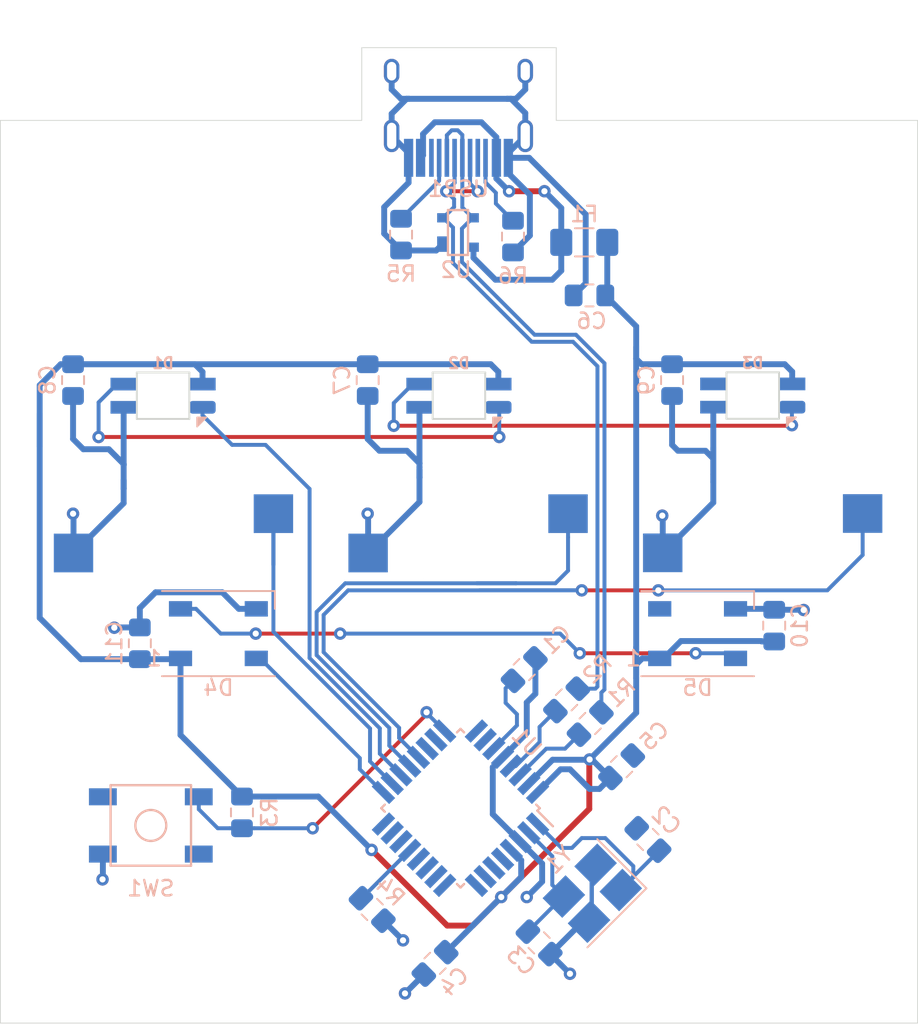
<source format=kicad_pcb>
(kicad_pcb (version 20171130) (host pcbnew "(5.1.4)-1")

  (general
    (thickness 1.6)
    (drawings 8)
    (tracks 382)
    (zones 0)
    (modules 31)
    (nets 42)
  )

  (page A4)
  (layers
    (0 F.Cu signal)
    (31 B.Cu signal)
    (32 B.Adhes user)
    (33 F.Adhes user)
    (34 B.Paste user)
    (35 F.Paste user)
    (36 B.SilkS user)
    (37 F.SilkS user)
    (38 B.Mask user)
    (39 F.Mask user)
    (40 Dwgs.User user)
    (41 Cmts.User user)
    (42 Eco1.User user)
    (43 Eco2.User user)
    (44 Edge.Cuts user)
    (45 Margin user)
    (46 B.CrtYd user)
    (47 F.CrtYd user)
    (48 B.Fab user)
    (49 F.Fab user)
  )

  (setup
    (last_trace_width 0.254)
    (trace_clearance 0.2)
    (zone_clearance 0.508)
    (zone_45_only no)
    (trace_min 0.2)
    (via_size 0.8)
    (via_drill 0.4)
    (via_min_size 0.4)
    (via_min_drill 0.3)
    (uvia_size 0.3)
    (uvia_drill 0.1)
    (uvias_allowed no)
    (uvia_min_size 0.2)
    (uvia_min_drill 0.1)
    (edge_width 0.05)
    (segment_width 0.2)
    (pcb_text_width 0.3)
    (pcb_text_size 1.5 1.5)
    (mod_edge_width 0.12)
    (mod_text_size 1 1)
    (mod_text_width 0.15)
    (pad_size 1.524 1.524)
    (pad_drill 0.762)
    (pad_to_mask_clearance 0.051)
    (solder_mask_min_width 0.25)
    (aux_axis_origin 0 0)
    (visible_elements 7FFFFFFF)
    (pcbplotparams
      (layerselection 0x010fc_ffffffff)
      (usegerberextensions false)
      (usegerberattributes false)
      (usegerberadvancedattributes false)
      (creategerberjobfile false)
      (excludeedgelayer true)
      (linewidth 0.100000)
      (plotframeref false)
      (viasonmask false)
      (mode 1)
      (useauxorigin false)
      (hpglpennumber 1)
      (hpglpenspeed 20)
      (hpglpendiameter 15.000000)
      (psnegative false)
      (psa4output false)
      (plotreference true)
      (plotvalue true)
      (plotinvisibletext false)
      (padsonsilk false)
      (subtractmaskfromsilk false)
      (outputformat 1)
      (mirror false)
      (drillshape 1)
      (scaleselection 1)
      (outputdirectory ""))
  )

  (net 0 "")
  (net 1 GND)
  (net 2 "Net-(C1-Pad1)")
  (net 3 XTAL1)
  (net 4 XTAL2)
  (net 5 +5V)
  (net 6 "Net-(D1-Pad1)")
  (net 7 SWITCHLED)
  (net 8 "Net-(D2-Pad1)")
  (net 9 "Net-(D3-Pad1)")
  (net 10 "Net-(D4-Pad2)")
  (net 11 UNDERGLOWLED)
  (net 12 "Net-(D5-Pad2)")
  (net 13 VCC)
  (net 14 COL0)
  (net 15 D-)
  (net 16 "Net-(R1-Pad1)")
  (net 17 D+)
  (net 18 "Net-(R2-Pad1)")
  (net 19 "Net-(R3-Pad2)")
  (net 20 "Net-(R4-Pad2)")
  (net 21 "Net-(R5-Pad2)")
  (net 22 "Net-(R6-Pad2)")
  (net 23 "Net-(U1-Pad26)")
  (net 24 "Net-(U1-Pad25)")
  (net 25 "Net-(U1-Pad23)")
  (net 26 "Net-(U1-Pad22)")
  (net 27 "Net-(U1-Pad16)")
  (net 28 "Net-(U1-Pad15)")
  (net 29 "Net-(U1-Pad14)")
  (net 30 "Net-(U1-Pad12)")
  (net 31 "Net-(U1-Pad11)")
  (net 32 "Net-(U1-Pad10)")
  (net 33 "Net-(U1-Pad9)")
  (net 34 "Net-(U1-Pad8)")
  (net 35 "Net-(U1-Pad7)")
  (net 36 "Net-(U1-Pad6)")
  (net 37 "Net-(U1-Pad5)")
  (net 38 "Net-(USB1-Pad3)")
  (net 39 "Net-(USB1-Pad9)")
  (net 40 COL1)
  (net 41 COL2)

  (net_class Default "This is the default net class."
    (clearance 0.2)
    (trace_width 0.254)
    (via_dia 0.8)
    (via_drill 0.4)
    (uvia_dia 0.3)
    (uvia_drill 0.1)
    (add_net COL0)
    (add_net COL1)
    (add_net COL2)
    (add_net D+)
    (add_net D-)
    (add_net "Net-(C1-Pad1)")
    (add_net "Net-(D1-Pad1)")
    (add_net "Net-(D2-Pad1)")
    (add_net "Net-(D3-Pad1)")
    (add_net "Net-(D4-Pad2)")
    (add_net "Net-(D5-Pad2)")
    (add_net "Net-(R1-Pad1)")
    (add_net "Net-(R2-Pad1)")
    (add_net "Net-(R3-Pad2)")
    (add_net "Net-(R4-Pad2)")
    (add_net "Net-(R5-Pad2)")
    (add_net "Net-(R6-Pad2)")
    (add_net "Net-(U1-Pad10)")
    (add_net "Net-(U1-Pad11)")
    (add_net "Net-(U1-Pad12)")
    (add_net "Net-(U1-Pad14)")
    (add_net "Net-(U1-Pad15)")
    (add_net "Net-(U1-Pad16)")
    (add_net "Net-(U1-Pad22)")
    (add_net "Net-(U1-Pad23)")
    (add_net "Net-(U1-Pad25)")
    (add_net "Net-(U1-Pad26)")
    (add_net "Net-(U1-Pad5)")
    (add_net "Net-(U1-Pad6)")
    (add_net "Net-(U1-Pad7)")
    (add_net "Net-(U1-Pad8)")
    (add_net "Net-(U1-Pad9)")
    (add_net "Net-(USB1-Pad3)")
    (add_net "Net-(USB1-Pad9)")
    (add_net SWITCHLED)
    (add_net UNDERGLOWLED)
    (add_net XTAL1)
    (add_net XTAL2)
  )

  (net_class Power ""
    (clearance 0.2)
    (trace_width 0.381)
    (via_dia 0.8)
    (via_drill 0.4)
    (uvia_dia 0.3)
    (uvia_drill 0.1)
    (add_net +5V)
    (add_net GND)
    (add_net VCC)
  )

  (module Capacitor_SMD:C_0805_2012Metric_Pad1.15x1.40mm_HandSolder (layer B.Cu) (tedit 5B36C52B) (tstamp 61F863C5)
    (at 87.249 81.543 270)
    (descr "Capacitor SMD 0805 (2012 Metric), square (rectangular) end terminal, IPC_7351 nominal with elongated pad for handsoldering. (Body size source: https://docs.google.com/spreadsheets/d/1BsfQQcO9C6DZCsRaXUlFlo91Tg2WpOkGARC1WS5S8t0/edit?usp=sharing), generated with kicad-footprint-generator")
    (tags "capacitor handsolder")
    (path /61FF536B)
    (attr smd)
    (fp_text reference C7 (at 0 1.65 90) (layer B.SilkS)
      (effects (font (size 1 1) (thickness 0.15)) (justify mirror))
    )
    (fp_text value 0.1uF (at 0 -1.65 90) (layer B.Fab)
      (effects (font (size 1 1) (thickness 0.15)) (justify mirror))
    )
    (fp_text user %R (at 0 0 90) (layer B.Fab)
      (effects (font (size 0.5 0.5) (thickness 0.08)) (justify mirror))
    )
    (fp_line (start 1.85 -0.95) (end -1.85 -0.95) (layer B.CrtYd) (width 0.05))
    (fp_line (start 1.85 0.95) (end 1.85 -0.95) (layer B.CrtYd) (width 0.05))
    (fp_line (start -1.85 0.95) (end 1.85 0.95) (layer B.CrtYd) (width 0.05))
    (fp_line (start -1.85 -0.95) (end -1.85 0.95) (layer B.CrtYd) (width 0.05))
    (fp_line (start -0.261252 -0.71) (end 0.261252 -0.71) (layer B.SilkS) (width 0.12))
    (fp_line (start -0.261252 0.71) (end 0.261252 0.71) (layer B.SilkS) (width 0.12))
    (fp_line (start 1 -0.6) (end -1 -0.6) (layer B.Fab) (width 0.1))
    (fp_line (start 1 0.6) (end 1 -0.6) (layer B.Fab) (width 0.1))
    (fp_line (start -1 0.6) (end 1 0.6) (layer B.Fab) (width 0.1))
    (fp_line (start -1 -0.6) (end -1 0.6) (layer B.Fab) (width 0.1))
    (pad 2 smd roundrect (at 1.025 0 270) (size 1.15 1.4) (layers B.Cu B.Paste B.Mask) (roundrect_rratio 0.217391)
      (net 1 GND))
    (pad 1 smd roundrect (at -1.025 0 270) (size 1.15 1.4) (layers B.Cu B.Paste B.Mask) (roundrect_rratio 0.217391)
      (net 5 +5V))
    (model ${KISYS3DMOD}/Capacitor_SMD.3dshapes/C_0805_2012Metric.wrl
      (at (xyz 0 0 0))
      (scale (xyz 1 1 1))
      (rotate (xyz 0 0 0))
    )
  )

  (module MX_Only:MXOnly-1U-Hotswap (layer F.Cu) (tedit 60F271EF) (tstamp 61F60B29)
    (at 93.121 87.63 180)
    (path /61FDFD89)
    (attr smd)
    (fp_text reference MX2 (at 0 3.175) (layer B.Fab)
      (effects (font (size 1 1) (thickness 0.15)) (justify mirror))
    )
    (fp_text value MX-NoLED (at 0 -7.9375) (layer Dwgs.User)
      (effects (font (size 1 1) (thickness 0.15)))
    )
    (fp_line (start -0.4 -2.6) (end 5.3 -2.6) (layer B.CrtYd) (width 0.127))
    (fp_line (start -6.5 -0.6) (end -2.4 -0.6) (layer B.CrtYd) (width 0.127))
    (fp_line (start -6.5 -4.5) (end -6.5 -0.6) (layer B.CrtYd) (width 0.127))
    (fp_line (start 5.3 -7) (end -4 -7) (layer B.CrtYd) (width 0.127))
    (fp_line (start 5.3 -7) (end 5.3 -2.6) (layer B.CrtYd) (width 0.127))
    (fp_arc (start -0.4 -0.6) (end -2.4 -0.6) (angle 90) (layer B.CrtYd) (width 0.127))
    (fp_arc (start -4 -4.5) (end -6.5 -4.5) (angle 90) (layer B.CrtYd) (width 0.127))
    (fp_line (start -5.842 -1.27) (end -5.842 -3.81) (layer B.CrtYd) (width 0.15))
    (fp_line (start -8.382 -1.27) (end -5.842 -1.27) (layer B.CrtYd) (width 0.15))
    (fp_line (start -8.382 -3.81) (end -8.382 -1.27) (layer B.CrtYd) (width 0.15))
    (fp_line (start -5.842 -3.81) (end -8.382 -3.81) (layer B.CrtYd) (width 0.15))
    (fp_line (start 4.572 -3.81) (end 4.572 -6.35) (layer B.CrtYd) (width 0.15))
    (fp_line (start 7.112 -3.81) (end 4.572 -3.81) (layer B.CrtYd) (width 0.15))
    (fp_line (start 7.112 -6.35) (end 7.112 -3.81) (layer B.CrtYd) (width 0.15))
    (fp_line (start 4.572 -6.35) (end 7.112 -6.35) (layer B.CrtYd) (width 0.15))
    (fp_circle (center -3.81 -2.54) (end -3.81 -4.064) (layer B.CrtYd) (width 0.15))
    (fp_circle (center 2.54 -5.08) (end 2.54 -6.604) (layer B.CrtYd) (width 0.15))
    (fp_line (start -9.525 9.525) (end -9.525 -9.525) (layer Dwgs.User) (width 0.15))
    (fp_line (start 9.525 9.525) (end -9.525 9.525) (layer Dwgs.User) (width 0.15))
    (fp_line (start 9.525 -9.525) (end 9.525 9.525) (layer Dwgs.User) (width 0.15))
    (fp_line (start -9.525 -9.525) (end 9.525 -9.525) (layer Dwgs.User) (width 0.15))
    (fp_line (start -7 -7) (end -7 -5) (layer Dwgs.User) (width 0.15))
    (fp_line (start -5 -7) (end -7 -7) (layer Dwgs.User) (width 0.15))
    (fp_line (start -7 7) (end -5 7) (layer Dwgs.User) (width 0.15))
    (fp_line (start -7 5) (end -7 7) (layer Dwgs.User) (width 0.15))
    (fp_line (start 7 7) (end 7 5) (layer Dwgs.User) (width 0.15))
    (fp_line (start 5 7) (end 7 7) (layer Dwgs.User) (width 0.15))
    (fp_line (start 7 -7) (end 7 -5) (layer Dwgs.User) (width 0.15))
    (fp_line (start 5 -7) (end 7 -7) (layer Dwgs.User) (width 0.15))
    (pad 2 smd rect (at 5.842 -5.08 180) (size 2.55 2.5) (layers B.Cu B.Paste B.Mask)
      (net 1 GND))
    (pad 1 smd rect (at -7.085 -2.54 180) (size 2.55 2.5) (layers B.Cu B.Paste B.Mask)
      (net 40 COL1))
    (pad "" np_thru_hole circle (at 5.08 0 228.0996) (size 1.75 1.75) (drill 1.75) (layers *.Cu *.Mask))
    (pad "" np_thru_hole circle (at -5.08 0 228.0996) (size 1.75 1.75) (drill 1.75) (layers *.Cu *.Mask))
    (pad "" np_thru_hole circle (at -3.81 -2.54 180) (size 3 3) (drill 3) (layers *.Cu *.Mask))
    (pad "" np_thru_hole circle (at 0 0 180) (size 3.9878 3.9878) (drill 3.9878) (layers *.Cu *.Mask))
    (pad "" np_thru_hole circle (at 2.54 -5.08 180) (size 3 3) (drill 3) (layers *.Cu *.Mask))
    (model ${KILIB}/MX_Alps_Hybrid.pretty/MX_Only.pretty/3d_shapes/CPG151101S11.wrl
      (offset (xyz 0 0 -1.4868))
      (scale (xyz 0.393701 0.3937 0.393701))
      (rotate (xyz 0 0 0))
    )
  )

  (module MX_Only:MXOnly-1U-Hotswap (layer F.Cu) (tedit 60F271EF) (tstamp 61F73BD4)
    (at 74.07 87.63 180)
    (path /61FDE05E)
    (attr smd)
    (fp_text reference MX1 (at 0 3.175) (layer B.Fab)
      (effects (font (size 1 1) (thickness 0.15)) (justify mirror))
    )
    (fp_text value MX-NoLED (at 0 -7.9375) (layer Dwgs.User)
      (effects (font (size 1 1) (thickness 0.15)))
    )
    (fp_line (start -0.4 -2.6) (end 5.3 -2.6) (layer B.CrtYd) (width 0.127))
    (fp_line (start -6.5 -0.6) (end -2.4 -0.6) (layer B.CrtYd) (width 0.127))
    (fp_line (start -6.5 -4.5) (end -6.5 -0.6) (layer B.CrtYd) (width 0.127))
    (fp_line (start 5.3 -7) (end -4 -7) (layer B.CrtYd) (width 0.127))
    (fp_line (start 5.3 -7) (end 5.3 -2.6) (layer B.CrtYd) (width 0.127))
    (fp_arc (start -0.4 -0.6) (end -2.4 -0.6) (angle 90) (layer B.CrtYd) (width 0.127))
    (fp_arc (start -4 -4.5) (end -6.5 -4.5) (angle 90) (layer B.CrtYd) (width 0.127))
    (fp_line (start -5.842 -1.27) (end -5.842 -3.81) (layer B.CrtYd) (width 0.15))
    (fp_line (start -8.382 -1.27) (end -5.842 -1.27) (layer B.CrtYd) (width 0.15))
    (fp_line (start -8.382 -3.81) (end -8.382 -1.27) (layer B.CrtYd) (width 0.15))
    (fp_line (start -5.842 -3.81) (end -8.382 -3.81) (layer B.CrtYd) (width 0.15))
    (fp_line (start 4.572 -3.81) (end 4.572 -6.35) (layer B.CrtYd) (width 0.15))
    (fp_line (start 7.112 -3.81) (end 4.572 -3.81) (layer B.CrtYd) (width 0.15))
    (fp_line (start 7.112 -6.35) (end 7.112 -3.81) (layer B.CrtYd) (width 0.15))
    (fp_line (start 4.572 -6.35) (end 7.112 -6.35) (layer B.CrtYd) (width 0.15))
    (fp_circle (center -3.81 -2.54) (end -3.81 -4.064) (layer B.CrtYd) (width 0.15))
    (fp_circle (center 2.54 -5.08) (end 2.54 -6.604) (layer B.CrtYd) (width 0.15))
    (fp_line (start -9.525 9.525) (end -9.525 -9.525) (layer Dwgs.User) (width 0.15))
    (fp_line (start 9.525 9.525) (end -9.525 9.525) (layer Dwgs.User) (width 0.15))
    (fp_line (start 9.525 -9.525) (end 9.525 9.525) (layer Dwgs.User) (width 0.15))
    (fp_line (start -9.525 -9.525) (end 9.525 -9.525) (layer Dwgs.User) (width 0.15))
    (fp_line (start -7 -7) (end -7 -5) (layer Dwgs.User) (width 0.15))
    (fp_line (start -5 -7) (end -7 -7) (layer Dwgs.User) (width 0.15))
    (fp_line (start -7 7) (end -5 7) (layer Dwgs.User) (width 0.15))
    (fp_line (start -7 5) (end -7 7) (layer Dwgs.User) (width 0.15))
    (fp_line (start 7 7) (end 7 5) (layer Dwgs.User) (width 0.15))
    (fp_line (start 5 7) (end 7 7) (layer Dwgs.User) (width 0.15))
    (fp_line (start 7 -7) (end 7 -5) (layer Dwgs.User) (width 0.15))
    (fp_line (start 5 -7) (end 7 -7) (layer Dwgs.User) (width 0.15))
    (pad 2 smd rect (at 5.842 -5.08 180) (size 2.55 2.5) (layers B.Cu B.Paste B.Mask)
      (net 1 GND))
    (pad 1 smd rect (at -7.085 -2.54 180) (size 2.55 2.5) (layers B.Cu B.Paste B.Mask)
      (net 14 COL0))
    (pad "" np_thru_hole circle (at 5.08 0 228.0996) (size 1.75 1.75) (drill 1.75) (layers *.Cu *.Mask))
    (pad "" np_thru_hole circle (at -5.08 0 228.0996) (size 1.75 1.75) (drill 1.75) (layers *.Cu *.Mask))
    (pad "" np_thru_hole circle (at -3.81 -2.54 180) (size 3 3) (drill 3) (layers *.Cu *.Mask))
    (pad "" np_thru_hole circle (at 0 0 180) (size 3.9878 3.9878) (drill 3.9878) (layers *.Cu *.Mask))
    (pad "" np_thru_hole circle (at 2.54 -5.08 180) (size 3 3) (drill 3) (layers *.Cu *.Mask))
    (model ${KILIB}/MX_Alps_Hybrid.pretty/MX_Only.pretty/3d_shapes/CPG151101S11.wrl
      (offset (xyz 0 0 -1.4868))
      (scale (xyz 0.393701 0.3937 0.393701))
      (rotate (xyz 0 0 0))
    )
  )

  (module Resistor_SMD:R_0805_2012Metric_Pad1.15x1.40mm_HandSolder (layer B.Cu) (tedit 5B36C52B) (tstamp 61F8B78F)
    (at 100.113216 102.197784 45)
    (descr "Resistor SMD 0805 (2012 Metric), square (rectangular) end terminal, IPC_7351 nominal with elongated pad for handsoldering. (Body size source: https://docs.google.com/spreadsheets/d/1BsfQQcO9C6DZCsRaXUlFlo91Tg2WpOkGARC1WS5S8t0/edit?usp=sharing), generated with kicad-footprint-generator")
    (tags "resistor handsolder")
    (path /61F5E9F2)
    (attr smd)
    (fp_text reference R2 (at 2.821051 0 45) (layer B.SilkS)
      (effects (font (size 1 1) (thickness 0.15)) (justify mirror))
    )
    (fp_text value 22 (at 0 -1.65 45) (layer B.Fab)
      (effects (font (size 1 1) (thickness 0.15)) (justify mirror))
    )
    (fp_text user %R (at 0 0 45) (layer B.Fab)
      (effects (font (size 0.5 0.5) (thickness 0.08)) (justify mirror))
    )
    (fp_line (start 1.85 -0.95) (end -1.85 -0.95) (layer B.CrtYd) (width 0.05))
    (fp_line (start 1.85 0.95) (end 1.85 -0.95) (layer B.CrtYd) (width 0.05))
    (fp_line (start -1.85 0.95) (end 1.85 0.95) (layer B.CrtYd) (width 0.05))
    (fp_line (start -1.85 -0.95) (end -1.85 0.95) (layer B.CrtYd) (width 0.05))
    (fp_line (start -0.261252 -0.71) (end 0.261252 -0.71) (layer B.SilkS) (width 0.12))
    (fp_line (start -0.261252 0.71) (end 0.261252 0.71) (layer B.SilkS) (width 0.12))
    (fp_line (start 1 -0.6) (end -1 -0.6) (layer B.Fab) (width 0.1))
    (fp_line (start 1 0.6) (end 1 -0.6) (layer B.Fab) (width 0.1))
    (fp_line (start -1 0.6) (end 1 0.6) (layer B.Fab) (width 0.1))
    (fp_line (start -1 -0.6) (end -1 0.6) (layer B.Fab) (width 0.1))
    (pad 2 smd roundrect (at 1.025 0 45) (size 1.15 1.4) (layers B.Cu B.Paste B.Mask) (roundrect_rratio 0.217391)
      (net 17 D+))
    (pad 1 smd roundrect (at -1.025 0 45) (size 1.15 1.4) (layers B.Cu B.Paste B.Mask) (roundrect_rratio 0.217391)
      (net 18 "Net-(R2-Pad1)"))
    (model ${KISYS3DMOD}/Resistor_SMD.3dshapes/R_0805_2012Metric.wrl
      (at (xyz 0 0 0))
      (scale (xyz 1 1 1))
      (rotate (xyz 0 0 0))
    )
  )

  (module MX_Only:MXOnly-1U-Hotswap (layer F.Cu) (tedit 60F271EF) (tstamp 61F60C14)
    (at 112.17 87.62 180)
    (path /61FE044C)
    (attr smd)
    (fp_text reference MX3 (at 0 3.175) (layer B.Fab)
      (effects (font (size 1 1) (thickness 0.15)) (justify mirror))
    )
    (fp_text value MX-NoLED (at 0 -7.9375) (layer Dwgs.User)
      (effects (font (size 1 1) (thickness 0.15)))
    )
    (fp_line (start -0.4 -2.6) (end 5.3 -2.6) (layer B.CrtYd) (width 0.127))
    (fp_line (start -6.5 -0.6) (end -2.4 -0.6) (layer B.CrtYd) (width 0.127))
    (fp_line (start -6.5 -4.5) (end -6.5 -0.6) (layer B.CrtYd) (width 0.127))
    (fp_line (start 5.3 -7) (end -4 -7) (layer B.CrtYd) (width 0.127))
    (fp_line (start 5.3 -7) (end 5.3 -2.6) (layer B.CrtYd) (width 0.127))
    (fp_arc (start -0.4 -0.6) (end -2.4 -0.6) (angle 90) (layer B.CrtYd) (width 0.127))
    (fp_arc (start -4 -4.5) (end -6.5 -4.5) (angle 90) (layer B.CrtYd) (width 0.127))
    (fp_line (start -5.842 -1.27) (end -5.842 -3.81) (layer B.CrtYd) (width 0.15))
    (fp_line (start -8.382 -1.27) (end -5.842 -1.27) (layer B.CrtYd) (width 0.15))
    (fp_line (start -8.382 -3.81) (end -8.382 -1.27) (layer B.CrtYd) (width 0.15))
    (fp_line (start -5.842 -3.81) (end -8.382 -3.81) (layer B.CrtYd) (width 0.15))
    (fp_line (start 4.572 -3.81) (end 4.572 -6.35) (layer B.CrtYd) (width 0.15))
    (fp_line (start 7.112 -3.81) (end 4.572 -3.81) (layer B.CrtYd) (width 0.15))
    (fp_line (start 7.112 -6.35) (end 7.112 -3.81) (layer B.CrtYd) (width 0.15))
    (fp_line (start 4.572 -6.35) (end 7.112 -6.35) (layer B.CrtYd) (width 0.15))
    (fp_circle (center -3.81 -2.54) (end -3.81 -4.064) (layer B.CrtYd) (width 0.15))
    (fp_circle (center 2.54 -5.08) (end 2.54 -6.604) (layer B.CrtYd) (width 0.15))
    (fp_line (start -9.525 9.525) (end -9.525 -9.525) (layer Dwgs.User) (width 0.15))
    (fp_line (start 9.525 9.525) (end -9.525 9.525) (layer Dwgs.User) (width 0.15))
    (fp_line (start 9.525 -9.525) (end 9.525 9.525) (layer Dwgs.User) (width 0.15))
    (fp_line (start -9.525 -9.525) (end 9.525 -9.525) (layer Dwgs.User) (width 0.15))
    (fp_line (start -7 -7) (end -7 -5) (layer Dwgs.User) (width 0.15))
    (fp_line (start -5 -7) (end -7 -7) (layer Dwgs.User) (width 0.15))
    (fp_line (start -7 7) (end -5 7) (layer Dwgs.User) (width 0.15))
    (fp_line (start -7 5) (end -7 7) (layer Dwgs.User) (width 0.15))
    (fp_line (start 7 7) (end 7 5) (layer Dwgs.User) (width 0.15))
    (fp_line (start 5 7) (end 7 7) (layer Dwgs.User) (width 0.15))
    (fp_line (start 7 -7) (end 7 -5) (layer Dwgs.User) (width 0.15))
    (fp_line (start 5 -7) (end 7 -7) (layer Dwgs.User) (width 0.15))
    (pad 2 smd rect (at 5.842 -5.08 180) (size 2.55 2.5) (layers B.Cu B.Paste B.Mask)
      (net 1 GND))
    (pad 1 smd rect (at -7.085 -2.54 180) (size 2.55 2.5) (layers B.Cu B.Paste B.Mask)
      (net 41 COL2))
    (pad "" np_thru_hole circle (at 5.08 0 228.0996) (size 1.75 1.75) (drill 1.75) (layers *.Cu *.Mask))
    (pad "" np_thru_hole circle (at -5.08 0 228.0996) (size 1.75 1.75) (drill 1.75) (layers *.Cu *.Mask))
    (pad "" np_thru_hole circle (at -3.81 -2.54 180) (size 3 3) (drill 3) (layers *.Cu *.Mask))
    (pad "" np_thru_hole circle (at 0 0 180) (size 3.9878 3.9878) (drill 3.9878) (layers *.Cu *.Mask))
    (pad "" np_thru_hole circle (at 2.54 -5.08 180) (size 3 3) (drill 3) (layers *.Cu *.Mask))
    (model ${KILIB}/MX_Alps_Hybrid.pretty/MX_Only.pretty/3d_shapes/CPG151101S11.wrl
      (offset (xyz 0 0 -1.4868))
      (scale (xyz 0.393701 0.3937 0.393701))
      (rotate (xyz 0 0 0))
    )
  )

  (module Keebio-Parts:SK6812-MINI-E (layer B.Cu) (tedit 5ECEB660) (tstamp 61F5EC49)
    (at 112.15 82.54)
    (path /61FECEF0)
    (fp_text reference D3 (at 0 -2.1 unlocked) (layer B.SilkS)
      (effects (font (size 0.7 0.7) (thickness 0.15)) (justify mirror))
    )
    (fp_text value SK6812MINI (at 0 0.5 unlocked) (layer B.SilkS) hide
      (effects (font (size 1 1) (thickness 0.15)) (justify mirror))
    )
    (fp_line (start -1.7 1.5) (end 1.7 1.5) (layer Edge.Cuts) (width 0.12))
    (fp_line (start -1.7 -1.5) (end -1.7 1.5) (layer Edge.Cuts) (width 0.12))
    (fp_line (start 1.7 -1.5) (end -1.7 -1.5) (layer Edge.Cuts) (width 0.12))
    (fp_line (start 1.7 1.5) (end 1.7 -1.5) (layer Edge.Cuts) (width 0.12))
    (fp_line (start -1.6 1.4) (end 1.6 1.4) (layer Cmts.User) (width 0.12))
    (fp_line (start -1.6 -1.4) (end -1.6 1.4) (layer Cmts.User) (width 0.12))
    (fp_line (start 1.6 -1.4) (end -1.6 -1.4) (layer Cmts.User) (width 0.12))
    (fp_line (start 1.6 1.4) (end 1.6 -1.4) (layer Cmts.User) (width 0.12))
    (fp_poly (pts (xy 2.8 1.4) (xy 2.2 1.4) (xy 2.2 2)) (layer B.SilkS) (width 0.1))
    (pad 3 smd roundrect (at 2.55 0.75) (size 1.7 0.82) (layers B.Cu B.Paste B.Mask) (roundrect_rratio 0.25)
      (net 8 "Net-(D2-Pad1)"))
    (pad 4 smd rect (at 2.55 -0.75) (size 1.7 0.82) (layers B.Cu B.Paste B.Mask)
      (net 5 +5V))
    (pad 2 smd rect (at -2.55 0.75) (size 1.7 0.82) (layers B.Cu B.Paste B.Mask)
      (net 1 GND))
    (pad 1 smd rect (at -2.55 -0.75) (size 1.7 0.82) (layers B.Cu B.Paste B.Mask)
      (net 9 "Net-(D3-Pad1)"))
    (model "/Users/danny/syncproj/kicad-libs/footprints/Keebio-Parts.pretty/3dmodels/SK6812MINI-E v1.step"
      (at (xyz 0 0 0))
      (scale (xyz 1 1 1))
      (rotate (xyz 90 0 0))
    )
  )

  (module Keebio-Parts:SK6812-MINI-E (layer B.Cu) (tedit 5ECEB660) (tstamp 61F73D49)
    (at 74.02 82.55)
    (path /61FE9F66)
    (fp_text reference D1 (at 0 -2.1 unlocked) (layer B.SilkS)
      (effects (font (size 0.7 0.7) (thickness 0.15)) (justify mirror))
    )
    (fp_text value SK6812MINI (at 0 0.5 unlocked) (layer B.SilkS) hide
      (effects (font (size 1 1) (thickness 0.15)) (justify mirror))
    )
    (fp_line (start -1.7 1.5) (end 1.7 1.5) (layer Edge.Cuts) (width 0.12))
    (fp_line (start -1.7 -1.5) (end -1.7 1.5) (layer Edge.Cuts) (width 0.12))
    (fp_line (start 1.7 -1.5) (end -1.7 -1.5) (layer Edge.Cuts) (width 0.12))
    (fp_line (start 1.7 1.5) (end 1.7 -1.5) (layer Edge.Cuts) (width 0.12))
    (fp_line (start -1.6 1.4) (end 1.6 1.4) (layer Cmts.User) (width 0.12))
    (fp_line (start -1.6 -1.4) (end -1.6 1.4) (layer Cmts.User) (width 0.12))
    (fp_line (start 1.6 -1.4) (end -1.6 -1.4) (layer Cmts.User) (width 0.12))
    (fp_line (start 1.6 1.4) (end 1.6 -1.4) (layer Cmts.User) (width 0.12))
    (fp_poly (pts (xy 2.8 1.4) (xy 2.2 1.4) (xy 2.2 2)) (layer B.SilkS) (width 0.1))
    (pad 3 smd roundrect (at 2.55 0.75) (size 1.7 0.82) (layers B.Cu B.Paste B.Mask) (roundrect_rratio 0.25)
      (net 7 SWITCHLED))
    (pad 4 smd rect (at 2.55 -0.75) (size 1.7 0.82) (layers B.Cu B.Paste B.Mask)
      (net 5 +5V))
    (pad 2 smd rect (at -2.55 0.75) (size 1.7 0.82) (layers B.Cu B.Paste B.Mask)
      (net 1 GND))
    (pad 1 smd rect (at -2.55 -0.75) (size 1.7 0.82) (layers B.Cu B.Paste B.Mask)
      (net 6 "Net-(D1-Pad1)"))
    (model "/Users/danny/syncproj/kicad-libs/footprints/Keebio-Parts.pretty/3dmodels/SK6812MINI-E v1.step"
      (at (xyz 0 0 0))
      (scale (xyz 1 1 1))
      (rotate (xyz 90 0 0))
    )
  )

  (module Keebio-Parts:SK6812-MINI-E (layer B.Cu) (tedit 5ECEB660) (tstamp 61F61301)
    (at 93.15 82.55)
    (path /61FEC1BC)
    (fp_text reference D2 (at 0 -2.1 unlocked) (layer B.SilkS)
      (effects (font (size 0.7 0.7) (thickness 0.15)) (justify mirror))
    )
    (fp_text value SK6812MINI (at 0 0.5 unlocked) (layer B.SilkS) hide
      (effects (font (size 1 1) (thickness 0.15)) (justify mirror))
    )
    (fp_line (start -1.7 1.5) (end 1.7 1.5) (layer Edge.Cuts) (width 0.12))
    (fp_line (start -1.7 -1.5) (end -1.7 1.5) (layer Edge.Cuts) (width 0.12))
    (fp_line (start 1.7 -1.5) (end -1.7 -1.5) (layer Edge.Cuts) (width 0.12))
    (fp_line (start 1.7 1.5) (end 1.7 -1.5) (layer Edge.Cuts) (width 0.12))
    (fp_line (start -1.6 1.4) (end 1.6 1.4) (layer Cmts.User) (width 0.12))
    (fp_line (start -1.6 -1.4) (end -1.6 1.4) (layer Cmts.User) (width 0.12))
    (fp_line (start 1.6 -1.4) (end -1.6 -1.4) (layer Cmts.User) (width 0.12))
    (fp_line (start 1.6 1.4) (end 1.6 -1.4) (layer Cmts.User) (width 0.12))
    (fp_poly (pts (xy 2.8 1.4) (xy 2.2 1.4) (xy 2.2 2)) (layer B.SilkS) (width 0.1))
    (pad 3 smd roundrect (at 2.55 0.75) (size 1.7 0.82) (layers B.Cu B.Paste B.Mask) (roundrect_rratio 0.25)
      (net 6 "Net-(D1-Pad1)"))
    (pad 4 smd rect (at 2.55 -0.75) (size 1.7 0.82) (layers B.Cu B.Paste B.Mask)
      (net 5 +5V))
    (pad 2 smd rect (at -2.55 0.75) (size 1.7 0.82) (layers B.Cu B.Paste B.Mask)
      (net 1 GND))
    (pad 1 smd rect (at -2.55 -0.75) (size 1.7 0.82) (layers B.Cu B.Paste B.Mask)
      (net 8 "Net-(D2-Pad1)"))
    (model "/Users/danny/syncproj/kicad-libs/footprints/Keebio-Parts.pretty/3dmodels/SK6812MINI-E v1.step"
      (at (xyz 0 0 0))
      (scale (xyz 1 1 1))
      (rotate (xyz 90 0 0))
    )
  )

  (module random-keyboard-parts:SKQGADE010 (layer B.Cu) (tedit 5E62B37E) (tstamp 61F62A14)
    (at 73.227 110.308 180)
    (path /61F63EBE)
    (attr smd)
    (fp_text reference SW1 (at 0 -4.064) (layer B.SilkS)
      (effects (font (size 1 1) (thickness 0.15)) (justify mirror))
    )
    (fp_text value SW_Push (at 0 4.064) (layer B.Fab)
      (effects (font (size 1 1) (thickness 0.15)) (justify mirror))
    )
    (fp_line (start -2.6 2.6) (end 2.6 2.6) (layer B.SilkS) (width 0.15))
    (fp_line (start 2.6 2.6) (end 2.6 -2.6) (layer B.SilkS) (width 0.15))
    (fp_line (start 2.6 -2.6) (end -2.6 -2.6) (layer B.SilkS) (width 0.15))
    (fp_line (start -2.6 -2.6) (end -2.6 2.6) (layer B.SilkS) (width 0.15))
    (fp_circle (center 0 0) (end 1 0) (layer B.SilkS) (width 0.15))
    (fp_line (start -4.2 2.6) (end 4.2 2.6) (layer B.Fab) (width 0.15))
    (fp_line (start 4.2 2.6) (end 4.2 1.2) (layer B.Fab) (width 0.15))
    (fp_line (start 4.2 1.1) (end 2.6 1.1) (layer B.Fab) (width 0.15))
    (fp_line (start 2.6 1.1) (end 2.6 -1.1) (layer B.Fab) (width 0.15))
    (fp_line (start 2.6 -1.1) (end 4.2 -1.1) (layer B.Fab) (width 0.15))
    (fp_line (start 4.2 -1.1) (end 4.2 -2.6) (layer B.Fab) (width 0.15))
    (fp_line (start 4.2 -2.6) (end -4.2 -2.6) (layer B.Fab) (width 0.15))
    (fp_line (start -4.2 -2.6) (end -4.2 -1.1) (layer B.Fab) (width 0.15))
    (fp_line (start -4.2 -1.1) (end -2.6 -1.1) (layer B.Fab) (width 0.15))
    (fp_line (start -2.6 -1.1) (end -2.6 1.1) (layer B.Fab) (width 0.15))
    (fp_line (start -2.6 1.1) (end -4.2 1.1) (layer B.Fab) (width 0.15))
    (fp_line (start -4.2 1.1) (end -4.2 2.6) (layer B.Fab) (width 0.15))
    (fp_circle (center 0 0) (end 1 0) (layer B.Fab) (width 0.15))
    (fp_line (start -2.6 1.1) (end -1.1 2.6) (layer B.Fab) (width 0.15))
    (fp_line (start 2.6 1.1) (end 1.1 2.6) (layer B.Fab) (width 0.15))
    (fp_line (start 2.6 -1.1) (end 1.1 -2.6) (layer B.Fab) (width 0.15))
    (fp_line (start -2.6 -1.1) (end -1.1 -2.6) (layer B.Fab) (width 0.15))
    (pad 4 smd rect (at -3.1 -1.85 180) (size 1.8 1.1) (layers B.Cu B.Paste B.Mask))
    (pad 3 smd rect (at 3.1 1.85 180) (size 1.8 1.1) (layers B.Cu B.Paste B.Mask))
    (pad 2 smd rect (at -3.1 1.85 180) (size 1.8 1.1) (layers B.Cu B.Paste B.Mask)
      (net 19 "Net-(R3-Pad2)"))
    (pad 1 smd rect (at 3.1 -1.85 180) (size 1.8 1.1) (layers B.Cu B.Paste B.Mask)
      (net 1 GND))
    (model ${KISYS3DMOD}/Button_Switch_SMD.3dshapes/SW_SPST_TL3342.step
      (at (xyz 0 0 0))
      (scale (xyz 1 1 1))
      (rotate (xyz 0 0 0))
    )
  )

  (module Capacitor_SMD:C_0805_2012Metric_Pad1.15x1.40mm_HandSolder (layer B.Cu) (tedit 5B36C52B) (tstamp 61F5EBD1)
    (at 68.199 81.543 270)
    (descr "Capacitor SMD 0805 (2012 Metric), square (rectangular) end terminal, IPC_7351 nominal with elongated pad for handsoldering. (Body size source: https://docs.google.com/spreadsheets/d/1BsfQQcO9C6DZCsRaXUlFlo91Tg2WpOkGARC1WS5S8t0/edit?usp=sharing), generated with kicad-footprint-generator")
    (tags "capacitor handsolder")
    (path /61FFB154)
    (attr smd)
    (fp_text reference C8 (at 0 1.65 90) (layer B.SilkS)
      (effects (font (size 1 1) (thickness 0.15)) (justify mirror))
    )
    (fp_text value 0.1uF (at 0 -1.65 90) (layer B.Fab)
      (effects (font (size 1 1) (thickness 0.15)) (justify mirror))
    )
    (fp_text user %R (at 0 0 90) (layer B.Fab)
      (effects (font (size 0.5 0.5) (thickness 0.08)) (justify mirror))
    )
    (fp_line (start 1.85 -0.95) (end -1.85 -0.95) (layer B.CrtYd) (width 0.05))
    (fp_line (start 1.85 0.95) (end 1.85 -0.95) (layer B.CrtYd) (width 0.05))
    (fp_line (start -1.85 0.95) (end 1.85 0.95) (layer B.CrtYd) (width 0.05))
    (fp_line (start -1.85 -0.95) (end -1.85 0.95) (layer B.CrtYd) (width 0.05))
    (fp_line (start -0.261252 -0.71) (end 0.261252 -0.71) (layer B.SilkS) (width 0.12))
    (fp_line (start -0.261252 0.71) (end 0.261252 0.71) (layer B.SilkS) (width 0.12))
    (fp_line (start 1 -0.6) (end -1 -0.6) (layer B.Fab) (width 0.1))
    (fp_line (start 1 0.6) (end 1 -0.6) (layer B.Fab) (width 0.1))
    (fp_line (start -1 0.6) (end 1 0.6) (layer B.Fab) (width 0.1))
    (fp_line (start -1 -0.6) (end -1 0.6) (layer B.Fab) (width 0.1))
    (pad 2 smd roundrect (at 1.025 0 270) (size 1.15 1.4) (layers B.Cu B.Paste B.Mask) (roundrect_rratio 0.217391)
      (net 1 GND))
    (pad 1 smd roundrect (at -1.025 0 270) (size 1.15 1.4) (layers B.Cu B.Paste B.Mask) (roundrect_rratio 0.217391)
      (net 5 +5V))
    (model ${KISYS3DMOD}/Capacitor_SMD.3dshapes/C_0805_2012Metric.wrl
      (at (xyz 0 0 0))
      (scale (xyz 1 1 1))
      (rotate (xyz 0 0 0))
    )
  )

  (module Capacitor_SMD:C_0805_2012Metric_Pad1.15x1.40mm_HandSolder (layer B.Cu) (tedit 5B36C52B) (tstamp 61F828ED)
    (at 91.604216 119.215784 225)
    (descr "Capacitor SMD 0805 (2012 Metric), square (rectangular) end terminal, IPC_7351 nominal with elongated pad for handsoldering. (Body size source: https://docs.google.com/spreadsheets/d/1BsfQQcO9C6DZCsRaXUlFlo91Tg2WpOkGARC1WS5S8t0/edit?usp=sharing), generated with kicad-footprint-generator")
    (tags "capacitor handsolder")
    (path /61F7F539)
    (attr smd)
    (fp_text reference C4 (at -0.037171 -1.706249 225) (layer B.SilkS)
      (effects (font (size 1 1) (thickness 0.15)) (justify mirror))
    )
    (fp_text value 0.1uF (at 0 -1.65 225) (layer B.Fab)
      (effects (font (size 1 1) (thickness 0.15)) (justify mirror))
    )
    (fp_line (start -1 -0.6) (end -1 0.6) (layer B.Fab) (width 0.1))
    (fp_line (start -1 0.6) (end 1 0.6) (layer B.Fab) (width 0.1))
    (fp_line (start 1 0.6) (end 1 -0.6) (layer B.Fab) (width 0.1))
    (fp_line (start 1 -0.6) (end -1 -0.6) (layer B.Fab) (width 0.1))
    (fp_line (start -0.261252 0.71) (end 0.261252 0.71) (layer B.SilkS) (width 0.12))
    (fp_line (start -0.261252 -0.71) (end 0.261252 -0.71) (layer B.SilkS) (width 0.12))
    (fp_line (start -1.85 -0.95) (end -1.85 0.95) (layer B.CrtYd) (width 0.05))
    (fp_line (start -1.85 0.95) (end 1.85 0.95) (layer B.CrtYd) (width 0.05))
    (fp_line (start 1.85 0.95) (end 1.85 -0.95) (layer B.CrtYd) (width 0.05))
    (fp_line (start 1.85 -0.95) (end -1.85 -0.95) (layer B.CrtYd) (width 0.05))
    (fp_text user %R (at 0 0 315) (layer B.Fab)
      (effects (font (size 0.5 0.5) (thickness 0.08)) (justify mirror))
    )
    (pad 1 smd roundrect (at -1.025 0 225) (size 1.15 1.4) (layers B.Cu B.Paste B.Mask) (roundrect_rratio 0.217391)
      (net 5 +5V))
    (pad 2 smd roundrect (at 1.025 0 225) (size 1.15 1.4) (layers B.Cu B.Paste B.Mask) (roundrect_rratio 0.217391)
      (net 1 GND))
    (model ${KISYS3DMOD}/Capacitor_SMD.3dshapes/C_0805_2012Metric.wrl
      (at (xyz 0 0 0))
      (scale (xyz 1 1 1))
      (rotate (xyz 0 0 0))
    )
  )

  (module Crystal:Crystal_SMD_3225-4Pin_3.2x2.5mm_HandSoldering (layer B.Cu) (tedit 5A0FD1B2) (tstamp 61F80F32)
    (at 101.775248 114.687777 225)
    (descr "SMD Crystal SERIES SMD3225/4 http://www.txccrystal.com/images/pdf/7m-accuracy.pdf, hand-soldering, 3.2x2.5mm^2 package")
    (tags "SMD SMT crystal hand-soldering")
    (path /61F67CCF)
    (attr smd)
    (fp_text reference Y1 (at 0 3.05 45) (layer B.SilkS)
      (effects (font (size 1 1) (thickness 0.15)) (justify mirror))
    )
    (fp_text value Crystal_GND24_Small (at 0 -3.05 45) (layer B.Fab)
      (effects (font (size 1 1) (thickness 0.15)) (justify mirror))
    )
    (fp_line (start 2.8 2.3) (end -2.8 2.3) (layer B.CrtYd) (width 0.05))
    (fp_line (start 2.8 -2.3) (end 2.8 2.3) (layer B.CrtYd) (width 0.05))
    (fp_line (start -2.8 -2.3) (end 2.8 -2.3) (layer B.CrtYd) (width 0.05))
    (fp_line (start -2.8 2.3) (end -2.8 -2.3) (layer B.CrtYd) (width 0.05))
    (fp_line (start -2.7 -2.25) (end 2.7 -2.25) (layer B.SilkS) (width 0.12))
    (fp_line (start -2.7 2.25) (end -2.7 -2.25) (layer B.SilkS) (width 0.12))
    (fp_line (start -1.6 -0.25) (end -0.6 -1.25) (layer B.Fab) (width 0.1))
    (fp_line (start 1.6 1.25) (end -1.6 1.25) (layer B.Fab) (width 0.1))
    (fp_line (start 1.6 -1.25) (end 1.6 1.25) (layer B.Fab) (width 0.1))
    (fp_line (start -1.6 -1.25) (end 1.6 -1.25) (layer B.Fab) (width 0.1))
    (fp_line (start -1.6 1.25) (end -1.6 -1.25) (layer B.Fab) (width 0.1))
    (fp_text user %R (at 0 0 45) (layer B.Fab)
      (effects (font (size 0.7 0.7) (thickness 0.105)) (justify mirror))
    )
    (pad 4 smd rect (at -1.45 1.15 225) (size 2.1 1.8) (layers B.Cu B.Paste B.Mask)
      (net 1 GND))
    (pad 3 smd rect (at 1.45 1.15 225) (size 2.1 1.8) (layers B.Cu B.Paste B.Mask)
      (net 4 XTAL2))
    (pad 2 smd rect (at 1.45 -1.15 225) (size 2.1 1.8) (layers B.Cu B.Paste B.Mask)
      (net 1 GND))
    (pad 1 smd rect (at -1.45 -1.15 225) (size 2.1 1.8) (layers B.Cu B.Paste B.Mask)
      (net 3 XTAL1))
    (model ${KISYS3DMOD}/Crystal.3dshapes/Crystal_SMD_3225-4Pin_3.2x2.5mm_HandSoldering.wrl
      (at (xyz 0 0 0))
      (scale (xyz 1 1 1))
      (rotate (xyz 0 0 0))
    )
  )

  (module Type-C:HRO-TYPE-C-31-M-12-HandSoldering (layer B.Cu) (tedit 5C42C6AC) (tstamp 61F5EDD6)
    (at 93.121 58.989)
    (path /61F82E56)
    (attr smd)
    (fp_text reference USB1 (at 0 10.2) (layer B.SilkS)
      (effects (font (size 1 1) (thickness 0.15)) (justify mirror))
    )
    (fp_text value HRO-TYPE-C-31-M-12 (at 0 -1.15) (layer Dwgs.User)
      (effects (font (size 1 1) (thickness 0.15)))
    )
    (fp_line (start -4.47 0) (end 4.47 0) (layer Dwgs.User) (width 0.15))
    (fp_line (start -4.47 0) (end -4.47 7.3) (layer Dwgs.User) (width 0.15))
    (fp_line (start 4.47 0) (end 4.47 7.3) (layer Dwgs.User) (width 0.15))
    (fp_line (start -4.47 7.3) (end 4.47 7.3) (layer Dwgs.User) (width 0.15))
    (pad 12 smd rect (at 3.225 8.195) (size 0.6 2.45) (layers B.Cu B.Paste B.Mask)
      (net 1 GND))
    (pad 1 smd rect (at -3.225 8.195) (size 0.6 2.45) (layers B.Cu B.Paste B.Mask)
      (net 1 GND))
    (pad 11 smd rect (at 2.45 8.195) (size 0.6 2.45) (layers B.Cu B.Paste B.Mask)
      (net 13 VCC))
    (pad 2 smd rect (at -2.45 8.195) (size 0.6 2.45) (layers B.Cu B.Paste B.Mask)
      (net 13 VCC))
    (pad 3 smd rect (at -1.75 8.195) (size 0.3 2.45) (layers B.Cu B.Paste B.Mask)
      (net 38 "Net-(USB1-Pad3)"))
    (pad 10 smd rect (at 1.75 8.195) (size 0.3 2.45) (layers B.Cu B.Paste B.Mask)
      (net 22 "Net-(R6-Pad2)"))
    (pad 4 smd rect (at -1.25 8.195) (size 0.3 2.45) (layers B.Cu B.Paste B.Mask)
      (net 21 "Net-(R5-Pad2)"))
    (pad 9 smd rect (at 1.25 8.195) (size 0.3 2.45) (layers B.Cu B.Paste B.Mask)
      (net 39 "Net-(USB1-Pad9)"))
    (pad 5 smd rect (at -0.75 8.195) (size 0.3 2.45) (layers B.Cu B.Paste B.Mask)
      (net 15 D-))
    (pad 8 smd rect (at 0.75 8.195) (size 0.3 2.45) (layers B.Cu B.Paste B.Mask)
      (net 17 D+))
    (pad 7 smd rect (at 0.25 8.195) (size 0.3 2.45) (layers B.Cu B.Paste B.Mask)
      (net 15 D-))
    (pad 6 smd rect (at -0.25 8.195) (size 0.3 2.45) (layers B.Cu B.Paste B.Mask)
      (net 17 D+))
    (pad "" np_thru_hole circle (at 2.89 6.25) (size 0.65 0.65) (drill 0.65) (layers *.Cu *.Mask))
    (pad "" np_thru_hole circle (at -2.89 6.25) (size 0.65 0.65) (drill 0.65) (layers *.Cu *.Mask))
    (pad 13 thru_hole oval (at -4.32 6.78) (size 1 2.1) (drill oval 0.6 1.7) (layers *.Cu F.Mask)
      (net 1 GND))
    (pad 13 thru_hole oval (at 4.32 6.78) (size 1 2.1) (drill oval 0.6 1.7) (layers *.Cu F.Mask)
      (net 1 GND))
    (pad 13 thru_hole oval (at -4.32 2.6) (size 1 1.6) (drill oval 0.6 1.2) (layers *.Cu F.Mask)
      (net 1 GND))
    (pad 13 thru_hole oval (at 4.32 2.6) (size 1 1.6) (drill oval 0.6 1.2) (layers *.Cu F.Mask)
      (net 1 GND))
  )

  (module random-keyboard-parts:SOT143B (layer B.Cu) (tedit 5E62B3A6) (tstamp 61F5EDBC)
    (at 93.091 72.009)
    (path /61F8969B)
    (attr smd)
    (fp_text reference U2 (at -0.127 2.413) (layer B.SilkS)
      (effects (font (size 1 1) (thickness 0.15)) (justify mirror))
    )
    (fp_text value PRTR5V0U2X (at 0 2.3) (layer B.Fab)
      (effects (font (size 1 1) (thickness 0.15)) (justify mirror))
    )
    (fp_line (start 0.65 1.45) (end 0.65 -1.45) (layer B.SilkS) (width 0.15))
    (fp_line (start 0.65 1.45) (end -0.65 1.45) (layer B.SilkS) (width 0.15))
    (fp_line (start -0.65 1.45) (end -0.65 -1.45) (layer B.SilkS) (width 0.15))
    (fp_line (start -0.65 -1.45) (end 0.65 -1.45) (layer B.SilkS) (width 0.15))
    (fp_line (start 1.45 1.45) (end 1.45 -1.45) (layer B.Fab) (width 0.15))
    (fp_line (start 1.45 -1.45) (end -1.45 -1.45) (layer B.Fab) (width 0.15))
    (fp_line (start -1.45 -1.45) (end -1.45 1.45) (layer B.Fab) (width 0.15))
    (fp_line (start -1.45 1.45) (end 1.45 1.45) (layer B.Fab) (width 0.15))
    (fp_line (start 0.65 1.45) (end 0.65 -1.45) (layer B.Fab) (width 0.15))
    (fp_line (start -0.65 -1.45) (end -0.65 1.45) (layer B.Fab) (width 0.15))
    (fp_line (start -0.65 0.1) (end -1.45 0.1) (layer B.Fab) (width 0.15))
    (fp_line (start -1.45 -0.55) (end -0.65 -0.55) (layer B.Fab) (width 0.15))
    (fp_line (start 0.65 0.55) (end 1.45 0.55) (layer B.Fab) (width 0.15))
    (fp_line (start 1.45 -0.55) (end 0.65 -0.55) (layer B.Fab) (width 0.15))
    (pad 1 smd rect (at -1 0.75 90) (size 1 0.7) (layers B.Cu B.Paste B.Mask)
      (net 1 GND))
    (pad 4 smd rect (at 1 0.95 90) (size 0.6 0.7) (layers B.Cu B.Paste B.Mask)
      (net 13 VCC))
    (pad 2 smd rect (at -1 -0.95 90) (size 0.6 0.7) (layers B.Cu B.Paste B.Mask)
      (net 17 D+))
    (pad 3 smd rect (at 1 -0.95 90) (size 0.6 0.7) (layers B.Cu B.Paste B.Mask)
      (net 15 D-))
    (model ${KISYS3DMOD}/Package_TO_SOT_SMD.3dshapes/SOT-143.step
      (at (xyz 0 0 0))
      (scale (xyz 1 1 1))
      (rotate (xyz 0 0 0))
    )
  )

  (module Package_QFP:TQFP-32_7x7mm_P0.8mm (layer B.Cu) (tedit 5A02F146) (tstamp 61F609E8)
    (at 93.252555 109.193565 135)
    (descr "32-Lead Plastic Thin Quad Flatpack (PT) - 7x7x1.0 mm Body, 2.00 mm [TQFP] (see Microchip Packaging Specification 00000049BS.pdf)")
    (tags "QFP 0.8")
    (path /61F586D1)
    (attr smd)
    (fp_text reference U1 (at 0 6.05 135) (layer B.SilkS)
      (effects (font (size 1 1) (thickness 0.15)) (justify mirror))
    )
    (fp_text value ATmega32U2-AU (at 0 -6.05 135) (layer B.Fab)
      (effects (font (size 1 1) (thickness 0.15)) (justify mirror))
    )
    (fp_line (start -3.625 3.4) (end -5.05 3.4) (layer B.SilkS) (width 0.15))
    (fp_line (start 3.625 3.625) (end 3.3 3.625) (layer B.SilkS) (width 0.15))
    (fp_line (start 3.625 -3.625) (end 3.3 -3.625) (layer B.SilkS) (width 0.15))
    (fp_line (start -3.625 -3.625) (end -3.3 -3.625) (layer B.SilkS) (width 0.15))
    (fp_line (start -3.625 3.625) (end -3.3 3.625) (layer B.SilkS) (width 0.15))
    (fp_line (start -3.625 -3.625) (end -3.625 -3.3) (layer B.SilkS) (width 0.15))
    (fp_line (start 3.625 -3.625) (end 3.625 -3.3) (layer B.SilkS) (width 0.15))
    (fp_line (start 3.625 3.625) (end 3.625 3.3) (layer B.SilkS) (width 0.15))
    (fp_line (start -3.625 3.625) (end -3.625 3.4) (layer B.SilkS) (width 0.15))
    (fp_line (start -5.3 -5.3) (end 5.3 -5.3) (layer B.CrtYd) (width 0.05))
    (fp_line (start -5.3 5.3) (end 5.3 5.3) (layer B.CrtYd) (width 0.05))
    (fp_line (start 5.3 5.3) (end 5.3 -5.3) (layer B.CrtYd) (width 0.05))
    (fp_line (start -5.3 5.3) (end -5.3 -5.3) (layer B.CrtYd) (width 0.05))
    (fp_line (start -3.5 2.5) (end -2.5 3.5) (layer B.Fab) (width 0.15))
    (fp_line (start -3.5 -3.5) (end -3.5 2.5) (layer B.Fab) (width 0.15))
    (fp_line (start 3.5 -3.5) (end -3.5 -3.5) (layer B.Fab) (width 0.15))
    (fp_line (start 3.5 3.5) (end 3.5 -3.5) (layer B.Fab) (width 0.15))
    (fp_line (start -2.5 3.5) (end 3.5 3.5) (layer B.Fab) (width 0.15))
    (fp_text user %R (at 0 0 135) (layer B.Fab)
      (effects (font (size 1 1) (thickness 0.15)) (justify mirror))
    )
    (pad 32 smd rect (at -2.8 4.25 45) (size 1.6 0.55) (layers B.Cu B.Paste B.Mask)
      (net 5 +5V))
    (pad 31 smd rect (at -2 4.25 45) (size 1.6 0.55) (layers B.Cu B.Paste B.Mask)
      (net 5 +5V))
    (pad 30 smd rect (at -1.2 4.25 45) (size 1.6 0.55) (layers B.Cu B.Paste B.Mask)
      (net 16 "Net-(R1-Pad1)"))
    (pad 29 smd rect (at -0.4 4.25 45) (size 1.6 0.55) (layers B.Cu B.Paste B.Mask)
      (net 18 "Net-(R2-Pad1)"))
    (pad 28 smd rect (at 0.4 4.25 45) (size 1.6 0.55) (layers B.Cu B.Paste B.Mask)
      (net 1 GND))
    (pad 27 smd rect (at 1.2 4.25 45) (size 1.6 0.55) (layers B.Cu B.Paste B.Mask)
      (net 2 "Net-(C1-Pad1)"))
    (pad 26 smd rect (at 2 4.25 45) (size 1.6 0.55) (layers B.Cu B.Paste B.Mask)
      (net 23 "Net-(U1-Pad26)"))
    (pad 25 smd rect (at 2.8 4.25 45) (size 1.6 0.55) (layers B.Cu B.Paste B.Mask)
      (net 24 "Net-(U1-Pad25)"))
    (pad 24 smd rect (at 4.25 2.8 135) (size 1.6 0.55) (layers B.Cu B.Paste B.Mask)
      (net 19 "Net-(R3-Pad2)"))
    (pad 23 smd rect (at 4.25 2 135) (size 1.6 0.55) (layers B.Cu B.Paste B.Mask)
      (net 25 "Net-(U1-Pad23)"))
    (pad 22 smd rect (at 4.25 1.2 135) (size 1.6 0.55) (layers B.Cu B.Paste B.Mask)
      (net 26 "Net-(U1-Pad22)"))
    (pad 21 smd rect (at 4.25 0.4 135) (size 1.6 0.55) (layers B.Cu B.Paste B.Mask)
      (net 41 COL2))
    (pad 20 smd rect (at 4.25 -0.4 135) (size 1.6 0.55) (layers B.Cu B.Paste B.Mask)
      (net 40 COL1))
    (pad 19 smd rect (at 4.25 -1.2 135) (size 1.6 0.55) (layers B.Cu B.Paste B.Mask)
      (net 7 SWITCHLED))
    (pad 18 smd rect (at 4.25 -2 135) (size 1.6 0.55) (layers B.Cu B.Paste B.Mask)
      (net 14 COL0))
    (pad 17 smd rect (at 4.25 -2.8 135) (size 1.6 0.55) (layers B.Cu B.Paste B.Mask)
      (net 11 UNDERGLOWLED))
    (pad 16 smd rect (at 2.8 -4.25 45) (size 1.6 0.55) (layers B.Cu B.Paste B.Mask)
      (net 27 "Net-(U1-Pad16)"))
    (pad 15 smd rect (at 2 -4.25 45) (size 1.6 0.55) (layers B.Cu B.Paste B.Mask)
      (net 28 "Net-(U1-Pad15)"))
    (pad 14 smd rect (at 1.2 -4.25 45) (size 1.6 0.55) (layers B.Cu B.Paste B.Mask)
      (net 29 "Net-(U1-Pad14)"))
    (pad 13 smd rect (at 0.4 -4.25 45) (size 1.6 0.55) (layers B.Cu B.Paste B.Mask)
      (net 20 "Net-(R4-Pad2)"))
    (pad 12 smd rect (at -0.4 -4.25 45) (size 1.6 0.55) (layers B.Cu B.Paste B.Mask)
      (net 30 "Net-(U1-Pad12)"))
    (pad 11 smd rect (at -1.2 -4.25 45) (size 1.6 0.55) (layers B.Cu B.Paste B.Mask)
      (net 31 "Net-(U1-Pad11)"))
    (pad 10 smd rect (at -2 -4.25 45) (size 1.6 0.55) (layers B.Cu B.Paste B.Mask)
      (net 32 "Net-(U1-Pad10)"))
    (pad 9 smd rect (at -2.8 -4.25 45) (size 1.6 0.55) (layers B.Cu B.Paste B.Mask)
      (net 33 "Net-(U1-Pad9)"))
    (pad 8 smd rect (at -4.25 -2.8 135) (size 1.6 0.55) (layers B.Cu B.Paste B.Mask)
      (net 34 "Net-(U1-Pad8)"))
    (pad 7 smd rect (at -4.25 -2 135) (size 1.6 0.55) (layers B.Cu B.Paste B.Mask)
      (net 35 "Net-(U1-Pad7)"))
    (pad 6 smd rect (at -4.25 -1.2 135) (size 1.6 0.55) (layers B.Cu B.Paste B.Mask)
      (net 36 "Net-(U1-Pad6)"))
    (pad 5 smd rect (at -4.25 -0.4 135) (size 1.6 0.55) (layers B.Cu B.Paste B.Mask)
      (net 37 "Net-(U1-Pad5)"))
    (pad 4 smd rect (at -4.25 0.4 135) (size 1.6 0.55) (layers B.Cu B.Paste B.Mask)
      (net 5 +5V))
    (pad 3 smd rect (at -4.25 1.2 135) (size 1.6 0.55) (layers B.Cu B.Paste B.Mask)
      (net 1 GND))
    (pad 2 smd rect (at -4.25 2 135) (size 1.6 0.55) (layers B.Cu B.Paste B.Mask)
      (net 4 XTAL2))
    (pad 1 smd rect (at -4.25 2.8 135) (size 1.6 0.55) (layers B.Cu B.Paste B.Mask)
      (net 3 XTAL1))
    (model ${KISYS3DMOD}/Package_QFP.3dshapes/TQFP-32_7x7mm_P0.8mm.wrl
      (at (xyz 0 0 0))
      (scale (xyz 1 1 1))
      (rotate (xyz 0 0 0))
    )
  )

  (module Resistor_SMD:R_0805_2012Metric_Pad1.15x1.40mm_HandSolder (layer B.Cu) (tedit 5B36C52B) (tstamp 61F5ED33)
    (at 96.647 72.272 90)
    (descr "Resistor SMD 0805 (2012 Metric), square (rectangular) end terminal, IPC_7351 nominal with elongated pad for handsoldering. (Body size source: https://docs.google.com/spreadsheets/d/1BsfQQcO9C6DZCsRaXUlFlo91Tg2WpOkGARC1WS5S8t0/edit?usp=sharing), generated with kicad-footprint-generator")
    (tags "resistor handsolder")
    (path /61F97FB1)
    (attr smd)
    (fp_text reference R6 (at -2.531 0) (layer B.SilkS)
      (effects (font (size 1 1) (thickness 0.15)) (justify mirror))
    )
    (fp_text value 5.1k (at 0 -1.65 270) (layer B.Fab)
      (effects (font (size 1 1) (thickness 0.15)) (justify mirror))
    )
    (fp_text user %R (at 0 0 270) (layer B.Fab)
      (effects (font (size 0.5 0.5) (thickness 0.08)) (justify mirror))
    )
    (fp_line (start 1.85 -0.95) (end -1.85 -0.95) (layer B.CrtYd) (width 0.05))
    (fp_line (start 1.85 0.95) (end 1.85 -0.95) (layer B.CrtYd) (width 0.05))
    (fp_line (start -1.85 0.95) (end 1.85 0.95) (layer B.CrtYd) (width 0.05))
    (fp_line (start -1.85 -0.95) (end -1.85 0.95) (layer B.CrtYd) (width 0.05))
    (fp_line (start -0.261252 -0.71) (end 0.261252 -0.71) (layer B.SilkS) (width 0.12))
    (fp_line (start -0.261252 0.71) (end 0.261252 0.71) (layer B.SilkS) (width 0.12))
    (fp_line (start 1 -0.6) (end -1 -0.6) (layer B.Fab) (width 0.1))
    (fp_line (start 1 0.6) (end 1 -0.6) (layer B.Fab) (width 0.1))
    (fp_line (start -1 0.6) (end 1 0.6) (layer B.Fab) (width 0.1))
    (fp_line (start -1 -0.6) (end -1 0.6) (layer B.Fab) (width 0.1))
    (pad 2 smd roundrect (at 1.025 0 90) (size 1.15 1.4) (layers B.Cu B.Paste B.Mask) (roundrect_rratio 0.217391)
      (net 22 "Net-(R6-Pad2)"))
    (pad 1 smd roundrect (at -1.025 0 90) (size 1.15 1.4) (layers B.Cu B.Paste B.Mask) (roundrect_rratio 0.217391)
      (net 1 GND))
    (model ${KISYS3DMOD}/Resistor_SMD.3dshapes/R_0805_2012Metric.wrl
      (at (xyz 0 0 0))
      (scale (xyz 1 1 1))
      (rotate (xyz 0 0 0))
    )
  )

  (module Resistor_SMD:R_0805_2012Metric_Pad1.15x1.40mm_HandSolder (layer B.Cu) (tedit 5B36C52B) (tstamp 61F5ED22)
    (at 89.408 72.145 90)
    (descr "Resistor SMD 0805 (2012 Metric), square (rectangular) end terminal, IPC_7351 nominal with elongated pad for handsoldering. (Body size source: https://docs.google.com/spreadsheets/d/1BsfQQcO9C6DZCsRaXUlFlo91Tg2WpOkGARC1WS5S8t0/edit?usp=sharing), generated with kicad-footprint-generator")
    (tags "resistor handsolder")
    (path /61F9767F)
    (attr smd)
    (fp_text reference R5 (at -2.531 0) (layer B.SilkS)
      (effects (font (size 1 1) (thickness 0.15)) (justify mirror))
    )
    (fp_text value 5.1k (at 0 -1.65 270) (layer B.Fab)
      (effects (font (size 1 1) (thickness 0.15)) (justify mirror))
    )
    (fp_line (start -1 -0.6) (end -1 0.6) (layer B.Fab) (width 0.1))
    (fp_line (start -1 0.6) (end 1 0.6) (layer B.Fab) (width 0.1))
    (fp_line (start 1 0.6) (end 1 -0.6) (layer B.Fab) (width 0.1))
    (fp_line (start 1 -0.6) (end -1 -0.6) (layer B.Fab) (width 0.1))
    (fp_line (start -0.261252 0.71) (end 0.261252 0.71) (layer B.SilkS) (width 0.12))
    (fp_line (start -0.261252 -0.71) (end 0.261252 -0.71) (layer B.SilkS) (width 0.12))
    (fp_line (start -1.85 -0.95) (end -1.85 0.95) (layer B.CrtYd) (width 0.05))
    (fp_line (start -1.85 0.95) (end 1.85 0.95) (layer B.CrtYd) (width 0.05))
    (fp_line (start 1.85 0.95) (end 1.85 -0.95) (layer B.CrtYd) (width 0.05))
    (fp_line (start 1.85 -0.95) (end -1.85 -0.95) (layer B.CrtYd) (width 0.05))
    (fp_text user %R (at 0 0 270) (layer B.Fab)
      (effects (font (size 0.5 0.5) (thickness 0.08)) (justify mirror))
    )
    (pad 1 smd roundrect (at -1.025 0 90) (size 1.15 1.4) (layers B.Cu B.Paste B.Mask) (roundrect_rratio 0.217391)
      (net 1 GND))
    (pad 2 smd roundrect (at 1.025 0 90) (size 1.15 1.4) (layers B.Cu B.Paste B.Mask) (roundrect_rratio 0.217391)
      (net 21 "Net-(R5-Pad2)"))
    (model ${KISYS3DMOD}/Resistor_SMD.3dshapes/R_0805_2012Metric.wrl
      (at (xyz 0 0 0))
      (scale (xyz 1 1 1))
      (rotate (xyz 0 0 0))
    )
  )

  (module Resistor_SMD:R_0805_2012Metric_Pad1.15x1.40mm_HandSolder (layer B.Cu) (tedit 5B36C52B) (tstamp 61F5ED11)
    (at 87.540216 115.734216 135)
    (descr "Resistor SMD 0805 (2012 Metric), square (rectangular) end terminal, IPC_7351 nominal with elongated pad for handsoldering. (Body size source: https://docs.google.com/spreadsheets/d/1BsfQQcO9C6DZCsRaXUlFlo91Tg2WpOkGARC1WS5S8t0/edit?usp=sharing), generated with kicad-footprint-generator")
    (tags "resistor handsolder")
    (path /61F5A21C)
    (attr smd)
    (fp_text reference R4 (at 0 1.65 315) (layer B.SilkS)
      (effects (font (size 1 1) (thickness 0.15)) (justify mirror))
    )
    (fp_text value R_Small (at 0 -1.65 315) (layer B.Fab)
      (effects (font (size 1 1) (thickness 0.15)) (justify mirror))
    )
    (fp_text user %R (at 0 0 315) (layer B.Fab)
      (effects (font (size 0.5 0.5) (thickness 0.08)) (justify mirror))
    )
    (fp_line (start 1.85 -0.95) (end -1.85 -0.95) (layer B.CrtYd) (width 0.05))
    (fp_line (start 1.85 0.95) (end 1.85 -0.95) (layer B.CrtYd) (width 0.05))
    (fp_line (start -1.85 0.95) (end 1.85 0.95) (layer B.CrtYd) (width 0.05))
    (fp_line (start -1.85 -0.95) (end -1.85 0.95) (layer B.CrtYd) (width 0.05))
    (fp_line (start -0.261252 -0.71) (end 0.261252 -0.71) (layer B.SilkS) (width 0.12))
    (fp_line (start -0.261252 0.71) (end 0.261252 0.71) (layer B.SilkS) (width 0.12))
    (fp_line (start 1 -0.6) (end -1 -0.6) (layer B.Fab) (width 0.1))
    (fp_line (start 1 0.6) (end 1 -0.6) (layer B.Fab) (width 0.1))
    (fp_line (start -1 0.6) (end 1 0.6) (layer B.Fab) (width 0.1))
    (fp_line (start -1 -0.6) (end -1 0.6) (layer B.Fab) (width 0.1))
    (pad 2 smd roundrect (at 1.025 0 135) (size 1.15 1.4) (layers B.Cu B.Paste B.Mask) (roundrect_rratio 0.217391)
      (net 20 "Net-(R4-Pad2)"))
    (pad 1 smd roundrect (at -1.025 0 135) (size 1.15 1.4) (layers B.Cu B.Paste B.Mask) (roundrect_rratio 0.217391)
      (net 1 GND))
    (model ${KISYS3DMOD}/Resistor_SMD.3dshapes/R_0805_2012Metric.wrl
      (at (xyz 0 0 0))
      (scale (xyz 1 1 1))
      (rotate (xyz 0 0 0))
    )
  )

  (module Resistor_SMD:R_0805_2012Metric_Pad1.15x1.40mm_HandSolder (layer B.Cu) (tedit 5B36C52B) (tstamp 61F5ED00)
    (at 79.121 109.465001 270)
    (descr "Resistor SMD 0805 (2012 Metric), square (rectangular) end terminal, IPC_7351 nominal with elongated pad for handsoldering. (Body size source: https://docs.google.com/spreadsheets/d/1BsfQQcO9C6DZCsRaXUlFlo91Tg2WpOkGARC1WS5S8t0/edit?usp=sharing), generated with kicad-footprint-generator")
    (tags "resistor handsolder")
    (path /61F65CEA)
    (attr smd)
    (fp_text reference R3 (at 0.008999 -1.778 90) (layer B.SilkS)
      (effects (font (size 1 1) (thickness 0.15)) (justify mirror))
    )
    (fp_text value 10k (at 0 -1.65 90) (layer B.Fab)
      (effects (font (size 1 1) (thickness 0.15)) (justify mirror))
    )
    (fp_text user %R (at 0 0 90) (layer B.Fab)
      (effects (font (size 0.5 0.5) (thickness 0.08)) (justify mirror))
    )
    (fp_line (start 1.85 -0.95) (end -1.85 -0.95) (layer B.CrtYd) (width 0.05))
    (fp_line (start 1.85 0.95) (end 1.85 -0.95) (layer B.CrtYd) (width 0.05))
    (fp_line (start -1.85 0.95) (end 1.85 0.95) (layer B.CrtYd) (width 0.05))
    (fp_line (start -1.85 -0.95) (end -1.85 0.95) (layer B.CrtYd) (width 0.05))
    (fp_line (start -0.261252 -0.71) (end 0.261252 -0.71) (layer B.SilkS) (width 0.12))
    (fp_line (start -0.261252 0.71) (end 0.261252 0.71) (layer B.SilkS) (width 0.12))
    (fp_line (start 1 -0.6) (end -1 -0.6) (layer B.Fab) (width 0.1))
    (fp_line (start 1 0.6) (end 1 -0.6) (layer B.Fab) (width 0.1))
    (fp_line (start -1 0.6) (end 1 0.6) (layer B.Fab) (width 0.1))
    (fp_line (start -1 -0.6) (end -1 0.6) (layer B.Fab) (width 0.1))
    (pad 2 smd roundrect (at 1.025 0 270) (size 1.15 1.4) (layers B.Cu B.Paste B.Mask) (roundrect_rratio 0.217391)
      (net 19 "Net-(R3-Pad2)"))
    (pad 1 smd roundrect (at -1.025 0 270) (size 1.15 1.4) (layers B.Cu B.Paste B.Mask) (roundrect_rratio 0.217391)
      (net 5 +5V))
    (model ${KISYS3DMOD}/Resistor_SMD.3dshapes/R_0805_2012Metric.wrl
      (at (xyz 0 0 0))
      (scale (xyz 1 1 1))
      (rotate (xyz 0 0 0))
    )
  )

  (module Resistor_SMD:R_0805_2012Metric_Pad1.15x1.40mm_HandSolder (layer B.Cu) (tedit 5B36C52B) (tstamp 61F8BC7D)
    (at 101.637216 103.721784 45)
    (descr "Resistor SMD 0805 (2012 Metric), square (rectangular) end terminal, IPC_7351 nominal with elongated pad for handsoldering. (Body size source: https://docs.google.com/spreadsheets/d/1BsfQQcO9C6DZCsRaXUlFlo91Tg2WpOkGARC1WS5S8t0/edit?usp=sharing), generated with kicad-footprint-generator")
    (tags "resistor handsolder")
    (path /61F5F803)
    (attr smd)
    (fp_text reference R1 (at 2.821051 0 45) (layer B.SilkS)
      (effects (font (size 1 1) (thickness 0.15)) (justify mirror))
    )
    (fp_text value 22 (at 0 -1.65 45) (layer B.Fab)
      (effects (font (size 1 1) (thickness 0.15)) (justify mirror))
    )
    (fp_text user %R (at 0 0 45) (layer B.Fab)
      (effects (font (size 0.5 0.5) (thickness 0.08)) (justify mirror))
    )
    (fp_line (start 1.85 -0.95) (end -1.85 -0.95) (layer B.CrtYd) (width 0.05))
    (fp_line (start 1.85 0.95) (end 1.85 -0.95) (layer B.CrtYd) (width 0.05))
    (fp_line (start -1.85 0.95) (end 1.85 0.95) (layer B.CrtYd) (width 0.05))
    (fp_line (start -1.85 -0.95) (end -1.85 0.95) (layer B.CrtYd) (width 0.05))
    (fp_line (start -0.261252 -0.71) (end 0.261252 -0.71) (layer B.SilkS) (width 0.12))
    (fp_line (start -0.261252 0.71) (end 0.261252 0.71) (layer B.SilkS) (width 0.12))
    (fp_line (start 1 -0.6) (end -1 -0.6) (layer B.Fab) (width 0.1))
    (fp_line (start 1 0.6) (end 1 -0.6) (layer B.Fab) (width 0.1))
    (fp_line (start -1 0.6) (end 1 0.6) (layer B.Fab) (width 0.1))
    (fp_line (start -1 -0.6) (end -1 0.6) (layer B.Fab) (width 0.1))
    (pad 2 smd roundrect (at 1.025 0 45) (size 1.15 1.4) (layers B.Cu B.Paste B.Mask) (roundrect_rratio 0.217391)
      (net 15 D-))
    (pad 1 smd roundrect (at -1.025 0 45) (size 1.15 1.4) (layers B.Cu B.Paste B.Mask) (roundrect_rratio 0.217391)
      (net 16 "Net-(R1-Pad1)"))
    (model ${KISYS3DMOD}/Resistor_SMD.3dshapes/R_0805_2012Metric.wrl
      (at (xyz 0 0 0))
      (scale (xyz 1 1 1))
      (rotate (xyz 0 0 0))
    )
  )

  (module Fuse:Fuse_1206_3216Metric_Pad1.42x1.75mm_HandSolder (layer B.Cu) (tedit 5B301BBE) (tstamp 61F61A90)
    (at 101.2555 72.644 180)
    (descr "Fuse SMD 1206 (3216 Metric), square (rectangular) end terminal, IPC_7351 nominal with elongated pad for handsoldering. (Body size source: http://www.tortai-tech.com/upload/download/2011102023233369053.pdf), generated with kicad-footprint-generator")
    (tags "resistor handsolder")
    (path /61F840A9)
    (attr smd)
    (fp_text reference F1 (at 0 1.82 180) (layer B.SilkS)
      (effects (font (size 1 1) (thickness 0.15)) (justify mirror))
    )
    (fp_text value Polyfuse_Small (at 0 -1.82 180) (layer B.Fab)
      (effects (font (size 1 1) (thickness 0.15)) (justify mirror))
    )
    (fp_text user %R (at 0 0 180) (layer B.Fab)
      (effects (font (size 0.8 0.8) (thickness 0.12)) (justify mirror))
    )
    (fp_line (start 2.45 -1.12) (end -2.45 -1.12) (layer B.CrtYd) (width 0.05))
    (fp_line (start 2.45 1.12) (end 2.45 -1.12) (layer B.CrtYd) (width 0.05))
    (fp_line (start -2.45 1.12) (end 2.45 1.12) (layer B.CrtYd) (width 0.05))
    (fp_line (start -2.45 -1.12) (end -2.45 1.12) (layer B.CrtYd) (width 0.05))
    (fp_line (start -0.602064 -0.91) (end 0.602064 -0.91) (layer B.SilkS) (width 0.12))
    (fp_line (start -0.602064 0.91) (end 0.602064 0.91) (layer B.SilkS) (width 0.12))
    (fp_line (start 1.6 -0.8) (end -1.6 -0.8) (layer B.Fab) (width 0.1))
    (fp_line (start 1.6 0.8) (end 1.6 -0.8) (layer B.Fab) (width 0.1))
    (fp_line (start -1.6 0.8) (end 1.6 0.8) (layer B.Fab) (width 0.1))
    (fp_line (start -1.6 -0.8) (end -1.6 0.8) (layer B.Fab) (width 0.1))
    (pad 2 smd roundrect (at 1.4875 0 180) (size 1.425 1.75) (layers B.Cu B.Paste B.Mask) (roundrect_rratio 0.175439)
      (net 13 VCC))
    (pad 1 smd roundrect (at -1.4875 0 180) (size 1.425 1.75) (layers B.Cu B.Paste B.Mask) (roundrect_rratio 0.175439)
      (net 5 +5V))
    (model ${KISYS3DMOD}/Fuse.3dshapes/Fuse_1206_3216Metric.wrl
      (at (xyz 0 0 0))
      (scale (xyz 1 1 1))
      (rotate (xyz 0 0 0))
    )
  )

  (module LED_SMD:LED_WS2812B_PLCC4_5.0x5.0mm_P3.2mm (layer B.Cu) (tedit 5AA4B285) (tstamp 61F6EBC4)
    (at 108.585 97.917)
    (descr https://cdn-shop.adafruit.com/datasheets/WS2812B.pdf)
    (tags "LED RGB NeoPixel")
    (path /6204D331)
    (attr smd)
    (fp_text reference D5 (at 0 3.5) (layer B.SilkS)
      (effects (font (size 1 1) (thickness 0.15)) (justify mirror))
    )
    (fp_text value WS2812B (at 0 -4) (layer B.Fab)
      (effects (font (size 1 1) (thickness 0.15)) (justify mirror))
    )
    (fp_circle (center 0 0) (end 0 2) (layer B.Fab) (width 0.1))
    (fp_line (start 3.65 -2.75) (end 3.65 -1.6) (layer B.SilkS) (width 0.12))
    (fp_line (start -3.65 -2.75) (end 3.65 -2.75) (layer B.SilkS) (width 0.12))
    (fp_line (start -3.65 2.75) (end 3.65 2.75) (layer B.SilkS) (width 0.12))
    (fp_line (start 2.5 2.5) (end -2.5 2.5) (layer B.Fab) (width 0.1))
    (fp_line (start 2.5 -2.5) (end 2.5 2.5) (layer B.Fab) (width 0.1))
    (fp_line (start -2.5 -2.5) (end 2.5 -2.5) (layer B.Fab) (width 0.1))
    (fp_line (start -2.5 2.5) (end -2.5 -2.5) (layer B.Fab) (width 0.1))
    (fp_line (start 2.5 -1.5) (end 1.5 -2.5) (layer B.Fab) (width 0.1))
    (fp_line (start -3.45 2.75) (end -3.45 -2.75) (layer B.CrtYd) (width 0.05))
    (fp_line (start -3.45 -2.75) (end 3.45 -2.75) (layer B.CrtYd) (width 0.05))
    (fp_line (start 3.45 -2.75) (end 3.45 2.75) (layer B.CrtYd) (width 0.05))
    (fp_line (start 3.45 2.75) (end -3.45 2.75) (layer B.CrtYd) (width 0.05))
    (fp_text user %R (at 0 0) (layer B.Fab)
      (effects (font (size 0.8 0.8) (thickness 0.15)) (justify mirror))
    )
    (fp_text user 1 (at -4.15 1.6) (layer B.SilkS)
      (effects (font (size 1 1) (thickness 0.15)) (justify mirror))
    )
    (pad 1 smd rect (at -2.45 1.6) (size 1.5 1) (layers B.Cu B.Paste B.Mask)
      (net 5 +5V))
    (pad 2 smd rect (at -2.45 -1.6) (size 1.5 1) (layers B.Cu B.Paste B.Mask)
      (net 12 "Net-(D5-Pad2)"))
    (pad 4 smd rect (at 2.45 1.6) (size 1.5 1) (layers B.Cu B.Paste B.Mask)
      (net 10 "Net-(D4-Pad2)"))
    (pad 3 smd rect (at 2.45 -1.6) (size 1.5 1) (layers B.Cu B.Paste B.Mask)
      (net 1 GND))
    (model ${KISYS3DMOD}/LED_SMD.3dshapes/LED_WS2812B_PLCC4_5.0x5.0mm_P3.2mm.wrl
      (at (xyz 0 0 0))
      (scale (xyz 1 1 1))
      (rotate (xyz 0 0 0))
    )
  )

  (module LED_SMD:LED_WS2812B_PLCC4_5.0x5.0mm_P3.2mm (layer B.Cu) (tedit 5AA4B285) (tstamp 61F6ED5B)
    (at 77.597 97.917)
    (descr https://cdn-shop.adafruit.com/datasheets/WS2812B.pdf)
    (tags "LED RGB NeoPixel")
    (path /6204BFB9)
    (attr smd)
    (fp_text reference D4 (at 0 3.5) (layer B.SilkS)
      (effects (font (size 1 1) (thickness 0.15)) (justify mirror))
    )
    (fp_text value WS2812B (at 0 -4) (layer B.Fab)
      (effects (font (size 1 1) (thickness 0.15)) (justify mirror))
    )
    (fp_circle (center 0 0) (end 0 2) (layer B.Fab) (width 0.1))
    (fp_line (start 3.65 -2.75) (end 3.65 -1.6) (layer B.SilkS) (width 0.12))
    (fp_line (start -3.65 -2.75) (end 3.65 -2.75) (layer B.SilkS) (width 0.12))
    (fp_line (start -3.65 2.75) (end 3.65 2.75) (layer B.SilkS) (width 0.12))
    (fp_line (start 2.5 2.5) (end -2.5 2.5) (layer B.Fab) (width 0.1))
    (fp_line (start 2.5 -2.5) (end 2.5 2.5) (layer B.Fab) (width 0.1))
    (fp_line (start -2.5 -2.5) (end 2.5 -2.5) (layer B.Fab) (width 0.1))
    (fp_line (start -2.5 2.5) (end -2.5 -2.5) (layer B.Fab) (width 0.1))
    (fp_line (start 2.5 -1.5) (end 1.5 -2.5) (layer B.Fab) (width 0.1))
    (fp_line (start -3.45 2.75) (end -3.45 -2.75) (layer B.CrtYd) (width 0.05))
    (fp_line (start -3.45 -2.75) (end 3.45 -2.75) (layer B.CrtYd) (width 0.05))
    (fp_line (start 3.45 -2.75) (end 3.45 2.75) (layer B.CrtYd) (width 0.05))
    (fp_line (start 3.45 2.75) (end -3.45 2.75) (layer B.CrtYd) (width 0.05))
    (fp_text user %R (at 0 0) (layer B.Fab)
      (effects (font (size 0.8 0.8) (thickness 0.15)) (justify mirror))
    )
    (fp_text user 1 (at -4.15 1.6) (layer B.SilkS)
      (effects (font (size 1 1) (thickness 0.15)) (justify mirror))
    )
    (pad 1 smd rect (at -2.45 1.6) (size 1.5 1) (layers B.Cu B.Paste B.Mask)
      (net 5 +5V))
    (pad 2 smd rect (at -2.45 -1.6) (size 1.5 1) (layers B.Cu B.Paste B.Mask)
      (net 10 "Net-(D4-Pad2)"))
    (pad 4 smd rect (at 2.45 1.6) (size 1.5 1) (layers B.Cu B.Paste B.Mask)
      (net 11 UNDERGLOWLED))
    (pad 3 smd rect (at 2.45 -1.6) (size 1.5 1) (layers B.Cu B.Paste B.Mask)
      (net 1 GND))
    (model ${KISYS3DMOD}/LED_SMD.3dshapes/LED_WS2812B_PLCC4_5.0x5.0mm_P3.2mm.wrl
      (at (xyz 0 0 0))
      (scale (xyz 1 1 1))
      (rotate (xyz 0 0 0))
    )
  )

  (module Capacitor_SMD:C_0805_2012Metric_Pad1.15x1.40mm_HandSolder (layer B.Cu) (tedit 5B36C52B) (tstamp 61F5EC04)
    (at 72.517 98.543001 90)
    (descr "Capacitor SMD 0805 (2012 Metric), square (rectangular) end terminal, IPC_7351 nominal with elongated pad for handsoldering. (Body size source: https://docs.google.com/spreadsheets/d/1BsfQQcO9C6DZCsRaXUlFlo91Tg2WpOkGARC1WS5S8t0/edit?usp=sharing), generated with kicad-footprint-generator")
    (tags "capacitor handsolder")
    (path /6204EBA3)
    (attr smd)
    (fp_text reference C11 (at -0.008999 -1.651 90) (layer B.SilkS)
      (effects (font (size 1 1) (thickness 0.15)) (justify mirror))
    )
    (fp_text value 0.1uF (at 0 -1.65 90) (layer B.Fab)
      (effects (font (size 1 1) (thickness 0.15)) (justify mirror))
    )
    (fp_text user %R (at 0 0 90) (layer B.Fab)
      (effects (font (size 0.5 0.5) (thickness 0.08)) (justify mirror))
    )
    (fp_line (start 1.85 -0.95) (end -1.85 -0.95) (layer B.CrtYd) (width 0.05))
    (fp_line (start 1.85 0.95) (end 1.85 -0.95) (layer B.CrtYd) (width 0.05))
    (fp_line (start -1.85 0.95) (end 1.85 0.95) (layer B.CrtYd) (width 0.05))
    (fp_line (start -1.85 -0.95) (end -1.85 0.95) (layer B.CrtYd) (width 0.05))
    (fp_line (start -0.261252 -0.71) (end 0.261252 -0.71) (layer B.SilkS) (width 0.12))
    (fp_line (start -0.261252 0.71) (end 0.261252 0.71) (layer B.SilkS) (width 0.12))
    (fp_line (start 1 -0.6) (end -1 -0.6) (layer B.Fab) (width 0.1))
    (fp_line (start 1 0.6) (end 1 -0.6) (layer B.Fab) (width 0.1))
    (fp_line (start -1 0.6) (end 1 0.6) (layer B.Fab) (width 0.1))
    (fp_line (start -1 -0.6) (end -1 0.6) (layer B.Fab) (width 0.1))
    (pad 2 smd roundrect (at 1.025 0 90) (size 1.15 1.4) (layers B.Cu B.Paste B.Mask) (roundrect_rratio 0.217391)
      (net 1 GND))
    (pad 1 smd roundrect (at -1.025 0 90) (size 1.15 1.4) (layers B.Cu B.Paste B.Mask) (roundrect_rratio 0.217391)
      (net 5 +5V))
    (model ${KISYS3DMOD}/Capacitor_SMD.3dshapes/C_0805_2012Metric.wrl
      (at (xyz 0 0 0))
      (scale (xyz 1 1 1))
      (rotate (xyz 0 0 0))
    )
  )

  (module Capacitor_SMD:C_0805_2012Metric_Pad1.15x1.40mm_HandSolder (layer B.Cu) (tedit 5B36C52B) (tstamp 61F6EC00)
    (at 113.538 97.4 90)
    (descr "Capacitor SMD 0805 (2012 Metric), square (rectangular) end terminal, IPC_7351 nominal with elongated pad for handsoldering. (Body size source: https://docs.google.com/spreadsheets/d/1BsfQQcO9C6DZCsRaXUlFlo91Tg2WpOkGARC1WS5S8t0/edit?usp=sharing), generated with kicad-footprint-generator")
    (tags "capacitor handsolder")
    (path /6204DF0D)
    (attr smd)
    (fp_text reference C10 (at 0 1.65 90) (layer B.SilkS)
      (effects (font (size 1 1) (thickness 0.15)) (justify mirror))
    )
    (fp_text value 0.1uF (at 0 -1.65 90) (layer B.Fab)
      (effects (font (size 1 1) (thickness 0.15)) (justify mirror))
    )
    (fp_text user %R (at 0 0 180) (layer B.Fab)
      (effects (font (size 0.5 0.5) (thickness 0.08)) (justify mirror))
    )
    (fp_line (start 1.85 -0.95) (end -1.85 -0.95) (layer B.CrtYd) (width 0.05))
    (fp_line (start 1.85 0.95) (end 1.85 -0.95) (layer B.CrtYd) (width 0.05))
    (fp_line (start -1.85 0.95) (end 1.85 0.95) (layer B.CrtYd) (width 0.05))
    (fp_line (start -1.85 -0.95) (end -1.85 0.95) (layer B.CrtYd) (width 0.05))
    (fp_line (start -0.261252 -0.71) (end 0.261252 -0.71) (layer B.SilkS) (width 0.12))
    (fp_line (start -0.261252 0.71) (end 0.261252 0.71) (layer B.SilkS) (width 0.12))
    (fp_line (start 1 -0.6) (end -1 -0.6) (layer B.Fab) (width 0.1))
    (fp_line (start 1 0.6) (end 1 -0.6) (layer B.Fab) (width 0.1))
    (fp_line (start -1 0.6) (end 1 0.6) (layer B.Fab) (width 0.1))
    (fp_line (start -1 -0.6) (end -1 0.6) (layer B.Fab) (width 0.1))
    (pad 2 smd roundrect (at 1.025 0 90) (size 1.15 1.4) (layers B.Cu B.Paste B.Mask) (roundrect_rratio 0.217391)
      (net 1 GND))
    (pad 1 smd roundrect (at -1.025 0 90) (size 1.15 1.4) (layers B.Cu B.Paste B.Mask) (roundrect_rratio 0.217391)
      (net 5 +5V))
    (model ${KISYS3DMOD}/Capacitor_SMD.3dshapes/C_0805_2012Metric.wrl
      (at (xyz 0 0 0))
      (scale (xyz 1 1 1))
      (rotate (xyz 0 0 0))
    )
  )

  (module Capacitor_SMD:C_0805_2012Metric_Pad1.15x1.40mm_HandSolder (layer B.Cu) (tedit 5B36C52B) (tstamp 61F858AA)
    (at 106.934 81.543 270)
    (descr "Capacitor SMD 0805 (2012 Metric), square (rectangular) end terminal, IPC_7351 nominal with elongated pad for handsoldering. (Body size source: https://docs.google.com/spreadsheets/d/1BsfQQcO9C6DZCsRaXUlFlo91Tg2WpOkGARC1WS5S8t0/edit?usp=sharing), generated with kicad-footprint-generator")
    (tags "capacitor handsolder")
    (path /61FFB92A)
    (attr smd)
    (fp_text reference C9 (at 0 1.65 90) (layer B.SilkS)
      (effects (font (size 1 1) (thickness 0.15)) (justify mirror))
    )
    (fp_text value 0.1uF (at 0 -1.65 90) (layer B.Fab)
      (effects (font (size 1 1) (thickness 0.15)) (justify mirror))
    )
    (fp_text user %R (at 0 0 90) (layer B.Fab)
      (effects (font (size 0.5 0.5) (thickness 0.08)) (justify mirror))
    )
    (fp_line (start 1.85 -0.95) (end -1.85 -0.95) (layer B.CrtYd) (width 0.05))
    (fp_line (start 1.85 0.95) (end 1.85 -0.95) (layer B.CrtYd) (width 0.05))
    (fp_line (start -1.85 0.95) (end 1.85 0.95) (layer B.CrtYd) (width 0.05))
    (fp_line (start -1.85 -0.95) (end -1.85 0.95) (layer B.CrtYd) (width 0.05))
    (fp_line (start -0.261252 -0.71) (end 0.261252 -0.71) (layer B.SilkS) (width 0.12))
    (fp_line (start -0.261252 0.71) (end 0.261252 0.71) (layer B.SilkS) (width 0.12))
    (fp_line (start 1 -0.6) (end -1 -0.6) (layer B.Fab) (width 0.1))
    (fp_line (start 1 0.6) (end 1 -0.6) (layer B.Fab) (width 0.1))
    (fp_line (start -1 0.6) (end 1 0.6) (layer B.Fab) (width 0.1))
    (fp_line (start -1 -0.6) (end -1 0.6) (layer B.Fab) (width 0.1))
    (pad 2 smd roundrect (at 1.025 0 270) (size 1.15 1.4) (layers B.Cu B.Paste B.Mask) (roundrect_rratio 0.217391)
      (net 1 GND))
    (pad 1 smd roundrect (at -1.025 0 270) (size 1.15 1.4) (layers B.Cu B.Paste B.Mask) (roundrect_rratio 0.217391)
      (net 5 +5V))
    (model ${KISYS3DMOD}/Capacitor_SMD.3dshapes/C_0805_2012Metric.wrl
      (at (xyz 0 0 0))
      (scale (xyz 1 1 1))
      (rotate (xyz 0 0 0))
    )
  )

  (module Capacitor_SMD:C_0805_2012Metric_Pad1.15x1.40mm_HandSolder (layer B.Cu) (tedit 5B36C52B) (tstamp 61F5EBAF)
    (at 101.591 76.073 180)
    (descr "Capacitor SMD 0805 (2012 Metric), square (rectangular) end terminal, IPC_7351 nominal with elongated pad for handsoldering. (Body size source: https://docs.google.com/spreadsheets/d/1BsfQQcO9C6DZCsRaXUlFlo91Tg2WpOkGARC1WS5S8t0/edit?usp=sharing), generated with kicad-footprint-generator")
    (tags "capacitor handsolder")
    (path /61F7E7E4)
    (attr smd)
    (fp_text reference C6 (at -0.136 -1.651) (layer B.SilkS)
      (effects (font (size 1 1) (thickness 0.15)) (justify mirror))
    )
    (fp_text value 10uF (at 0 -1.65) (layer B.Fab)
      (effects (font (size 1 1) (thickness 0.15)) (justify mirror))
    )
    (fp_text user %R (at 0 0 270) (layer B.Fab)
      (effects (font (size 0.5 0.5) (thickness 0.08)) (justify mirror))
    )
    (fp_line (start 1.85 -0.95) (end -1.85 -0.95) (layer B.CrtYd) (width 0.05))
    (fp_line (start 1.85 0.95) (end 1.85 -0.95) (layer B.CrtYd) (width 0.05))
    (fp_line (start -1.85 0.95) (end 1.85 0.95) (layer B.CrtYd) (width 0.05))
    (fp_line (start -1.85 -0.95) (end -1.85 0.95) (layer B.CrtYd) (width 0.05))
    (fp_line (start -0.261252 -0.71) (end 0.261252 -0.71) (layer B.SilkS) (width 0.12))
    (fp_line (start -0.261252 0.71) (end 0.261252 0.71) (layer B.SilkS) (width 0.12))
    (fp_line (start 1 -0.6) (end -1 -0.6) (layer B.Fab) (width 0.1))
    (fp_line (start 1 0.6) (end 1 -0.6) (layer B.Fab) (width 0.1))
    (fp_line (start -1 0.6) (end 1 0.6) (layer B.Fab) (width 0.1))
    (fp_line (start -1 -0.6) (end -1 0.6) (layer B.Fab) (width 0.1))
    (pad 2 smd roundrect (at 1.025 0 180) (size 1.15 1.4) (layers B.Cu B.Paste B.Mask) (roundrect_rratio 0.217391)
      (net 1 GND))
    (pad 1 smd roundrect (at -1.025 0 180) (size 1.15 1.4) (layers B.Cu B.Paste B.Mask) (roundrect_rratio 0.217391)
      (net 5 +5V))
    (model ${KISYS3DMOD}/Capacitor_SMD.3dshapes/C_0805_2012Metric.wrl
      (at (xyz 0 0 0))
      (scale (xyz 1 1 1))
      (rotate (xyz 0 0 0))
    )
  )

  (module Capacitor_SMD:C_0805_2012Metric_Pad1.15x1.40mm_HandSolder (layer B.Cu) (tedit 5B36C52B) (tstamp 61F6C10C)
    (at 103.669216 106.515784 45)
    (descr "Capacitor SMD 0805 (2012 Metric), square (rectangular) end terminal, IPC_7351 nominal with elongated pad for handsoldering. (Body size source: https://docs.google.com/spreadsheets/d/1BsfQQcO9C6DZCsRaXUlFlo91Tg2WpOkGARC1WS5S8t0/edit?usp=sharing), generated with kicad-footprint-generator")
    (tags "capacitor handsolder")
    (path /61F7F0B0)
    (attr smd)
    (fp_text reference C5 (at 2.910853 0.089803 225) (layer B.SilkS)
      (effects (font (size 1 1) (thickness 0.15)) (justify mirror))
    )
    (fp_text value 0.1uF (at 0 -1.65 225) (layer B.Fab)
      (effects (font (size 1 1) (thickness 0.15)) (justify mirror))
    )
    (fp_line (start -1 -0.6) (end -1 0.6) (layer B.Fab) (width 0.1))
    (fp_line (start -1 0.6) (end 1 0.6) (layer B.Fab) (width 0.1))
    (fp_line (start 1 0.6) (end 1 -0.6) (layer B.Fab) (width 0.1))
    (fp_line (start 1 -0.6) (end -1 -0.6) (layer B.Fab) (width 0.1))
    (fp_line (start -0.261252 0.71) (end 0.261252 0.71) (layer B.SilkS) (width 0.12))
    (fp_line (start -0.261252 -0.71) (end 0.261252 -0.71) (layer B.SilkS) (width 0.12))
    (fp_line (start -1.85 -0.95) (end -1.85 0.95) (layer B.CrtYd) (width 0.05))
    (fp_line (start -1.85 0.95) (end 1.85 0.95) (layer B.CrtYd) (width 0.05))
    (fp_line (start 1.85 0.95) (end 1.85 -0.95) (layer B.CrtYd) (width 0.05))
    (fp_line (start 1.85 -0.95) (end -1.85 -0.95) (layer B.CrtYd) (width 0.05))
    (fp_text user %R (at 0 0 225) (layer B.Fab)
      (effects (font (size 0.5 0.5) (thickness 0.08)) (justify mirror))
    )
    (pad 1 smd roundrect (at -1.025 0 45) (size 1.15 1.4) (layers B.Cu B.Paste B.Mask) (roundrect_rratio 0.217391)
      (net 5 +5V))
    (pad 2 smd roundrect (at 1.025 0 45) (size 1.15 1.4) (layers B.Cu B.Paste B.Mask) (roundrect_rratio 0.217391)
      (net 1 GND))
    (model ${KISYS3DMOD}/Capacitor_SMD.3dshapes/C_0805_2012Metric.wrl
      (at (xyz 0 0 0))
      (scale (xyz 1 1 1))
      (rotate (xyz 0 0 0))
    )
  )

  (module Capacitor_SMD:C_0805_2012Metric_Pad1.15x1.40mm_HandSolder (layer B.Cu) (tedit 5B36C52B) (tstamp 61F80F68)
    (at 98.335216 117.893216 315)
    (descr "Capacitor SMD 0805 (2012 Metric), square (rectangular) end terminal, IPC_7351 nominal with elongated pad for handsoldering. (Body size source: https://docs.google.com/spreadsheets/d/1BsfQQcO9C6DZCsRaXUlFlo91Tg2WpOkGARC1WS5S8t0/edit?usp=sharing), generated with kicad-footprint-generator")
    (tags "capacitor handsolder")
    (path /61F6A957)
    (attr smd)
    (fp_text reference C3 (at 0 1.65 135) (layer B.SilkS)
      (effects (font (size 1 1) (thickness 0.15)) (justify mirror))
    )
    (fp_text value 14pF (at 0 -1.65 135) (layer B.Fab)
      (effects (font (size 1 1) (thickness 0.15)) (justify mirror))
    )
    (fp_text user %R (at 0 0 135) (layer B.Fab)
      (effects (font (size 0.5 0.5) (thickness 0.08)) (justify mirror))
    )
    (fp_line (start 1.85 -0.95) (end -1.85 -0.95) (layer B.CrtYd) (width 0.05))
    (fp_line (start 1.85 0.95) (end 1.85 -0.95) (layer B.CrtYd) (width 0.05))
    (fp_line (start -1.85 0.95) (end 1.85 0.95) (layer B.CrtYd) (width 0.05))
    (fp_line (start -1.85 -0.95) (end -1.85 0.95) (layer B.CrtYd) (width 0.05))
    (fp_line (start -0.261252 -0.71) (end 0.261252 -0.71) (layer B.SilkS) (width 0.12))
    (fp_line (start -0.261252 0.71) (end 0.261252 0.71) (layer B.SilkS) (width 0.12))
    (fp_line (start 1 -0.6) (end -1 -0.6) (layer B.Fab) (width 0.1))
    (fp_line (start 1 0.6) (end 1 -0.6) (layer B.Fab) (width 0.1))
    (fp_line (start -1 0.6) (end 1 0.6) (layer B.Fab) (width 0.1))
    (fp_line (start -1 -0.6) (end -1 0.6) (layer B.Fab) (width 0.1))
    (pad 2 smd roundrect (at 1.025 0 315) (size 1.15 1.4) (layers B.Cu B.Paste B.Mask) (roundrect_rratio 0.217391)
      (net 1 GND))
    (pad 1 smd roundrect (at -1.025 0 315) (size 1.15 1.4) (layers B.Cu B.Paste B.Mask) (roundrect_rratio 0.217391)
      (net 4 XTAL2))
    (model ${KISYS3DMOD}/Capacitor_SMD.3dshapes/C_0805_2012Metric.wrl
      (at (xyz 0 0 0))
      (scale (xyz 1 1 1))
      (rotate (xyz 0 0 0))
    )
  )

  (module Capacitor_SMD:C_0805_2012Metric_Pad1.15x1.40mm_HandSolder (layer B.Cu) (tedit 5B36C52B) (tstamp 61F80F98)
    (at 105.372784 111.214784 135)
    (descr "Capacitor SMD 0805 (2012 Metric), square (rectangular) end terminal, IPC_7351 nominal with elongated pad for handsoldering. (Body size source: https://docs.google.com/spreadsheets/d/1BsfQQcO9C6DZCsRaXUlFlo91Tg2WpOkGARC1WS5S8t0/edit?usp=sharing), generated with kicad-footprint-generator")
    (tags "capacitor handsolder")
    (path /61F69B02)
    (attr smd)
    (fp_text reference C2 (at 0.037171 1.706249 315) (layer B.SilkS)
      (effects (font (size 1 1) (thickness 0.15)) (justify mirror))
    )
    (fp_text value 14pF (at 0 -1.65 315) (layer B.Fab)
      (effects (font (size 1 1) (thickness 0.15)) (justify mirror))
    )
    (fp_text user %R (at 0 0 315) (layer B.Fab)
      (effects (font (size 0.5 0.5) (thickness 0.08)) (justify mirror))
    )
    (fp_line (start 1.85 -0.95) (end -1.85 -0.95) (layer B.CrtYd) (width 0.05))
    (fp_line (start 1.85 0.95) (end 1.85 -0.95) (layer B.CrtYd) (width 0.05))
    (fp_line (start -1.85 0.95) (end 1.85 0.95) (layer B.CrtYd) (width 0.05))
    (fp_line (start -1.85 -0.95) (end -1.85 0.95) (layer B.CrtYd) (width 0.05))
    (fp_line (start -0.261252 -0.71) (end 0.261252 -0.71) (layer B.SilkS) (width 0.12))
    (fp_line (start -0.261252 0.71) (end 0.261252 0.71) (layer B.SilkS) (width 0.12))
    (fp_line (start 1 -0.6) (end -1 -0.6) (layer B.Fab) (width 0.1))
    (fp_line (start 1 0.6) (end 1 -0.6) (layer B.Fab) (width 0.1))
    (fp_line (start -1 0.6) (end 1 0.6) (layer B.Fab) (width 0.1))
    (fp_line (start -1 -0.6) (end -1 0.6) (layer B.Fab) (width 0.1))
    (pad 2 smd roundrect (at 1.025 0 135) (size 1.15 1.4) (layers B.Cu B.Paste B.Mask) (roundrect_rratio 0.217391)
      (net 1 GND))
    (pad 1 smd roundrect (at -1.025 0 135) (size 1.15 1.4) (layers B.Cu B.Paste B.Mask) (roundrect_rratio 0.217391)
      (net 3 XTAL1))
    (model ${KISYS3DMOD}/Capacitor_SMD.3dshapes/C_0805_2012Metric.wrl
      (at (xyz 0 0 0))
      (scale (xyz 1 1 1))
      (rotate (xyz 0 0 0))
    )
  )

  (module Capacitor_SMD:C_0805_2012Metric_Pad1.15x1.40mm_HandSolder (layer B.Cu) (tedit 5B36C52B) (tstamp 61F5EB5A)
    (at 97.371784 100.240216 45)
    (descr "Capacitor SMD 0805 (2012 Metric), square (rectangular) end terminal, IPC_7351 nominal with elongated pad for handsoldering. (Body size source: https://docs.google.com/spreadsheets/d/1BsfQQcO9C6DZCsRaXUlFlo91Tg2WpOkGARC1WS5S8t0/edit?usp=sharing), generated with kicad-footprint-generator")
    (tags "capacitor handsolder")
    (path /61F60396)
    (attr smd)
    (fp_text reference C1 (at 2.836511 0.089803 45) (layer B.SilkS)
      (effects (font (size 1 1) (thickness 0.15)) (justify mirror))
    )
    (fp_text value 1uF (at 0 -1.65 45) (layer B.Fab)
      (effects (font (size 1 1) (thickness 0.15)) (justify mirror))
    )
    (fp_text user %R (at 0 0 45) (layer B.Fab)
      (effects (font (size 0.5 0.5) (thickness 0.08)) (justify mirror))
    )
    (fp_line (start 1.85 -0.95) (end -1.85 -0.95) (layer B.CrtYd) (width 0.05))
    (fp_line (start 1.85 0.95) (end 1.85 -0.95) (layer B.CrtYd) (width 0.05))
    (fp_line (start -1.85 0.95) (end 1.85 0.95) (layer B.CrtYd) (width 0.05))
    (fp_line (start -1.85 -0.95) (end -1.85 0.95) (layer B.CrtYd) (width 0.05))
    (fp_line (start -0.261252 -0.71) (end 0.261252 -0.71) (layer B.SilkS) (width 0.12))
    (fp_line (start -0.261252 0.71) (end 0.261252 0.71) (layer B.SilkS) (width 0.12))
    (fp_line (start 1 -0.6) (end -1 -0.6) (layer B.Fab) (width 0.1))
    (fp_line (start 1 0.6) (end 1 -0.6) (layer B.Fab) (width 0.1))
    (fp_line (start -1 0.6) (end 1 0.6) (layer B.Fab) (width 0.1))
    (fp_line (start -1 -0.6) (end -1 0.6) (layer B.Fab) (width 0.1))
    (pad 2 smd roundrect (at 1.025 0 45) (size 1.15 1.4) (layers B.Cu B.Paste B.Mask) (roundrect_rratio 0.217391)
      (net 1 GND))
    (pad 1 smd roundrect (at -1.025 0 45) (size 1.15 1.4) (layers B.Cu B.Paste B.Mask) (roundrect_rratio 0.217391)
      (net 2 "Net-(C1-Pad1)"))
    (model ${KISYS3DMOD}/Capacitor_SMD.3dshapes/C_0805_2012Metric.wrl
      (at (xyz 0 0 0))
      (scale (xyz 1 1 1))
      (rotate (xyz 0 0 0))
    )
  )

  (gr_line (start 63.5 64.77) (end 63.5 123.07) (layer Edge.Cuts) (width 0.05) (tstamp 61F7338D))
  (gr_line (start 122.809 64.77) (end 122.809 123.07) (layer Edge.Cuts) (width 0.05) (tstamp 61F7338C))
  (gr_line (start 122.81 123.07) (end 63.5 123.07) (layer Edge.Cuts) (width 0.05))
  (gr_line (start 63.5 64.77) (end 86.868 64.77) (layer Edge.Cuts) (width 0.05) (tstamp 61F6C6C5))
  (gr_line (start 99.441 64.77) (end 122.809 64.77) (layer Edge.Cuts) (width 0.05) (tstamp 61F6C6C4))
  (gr_line (start 99.441 60.071) (end 99.441 64.77) (layer Edge.Cuts) (width 0.05) (tstamp 61F69700))
  (gr_line (start 86.868 60.071) (end 99.441 60.071) (layer Edge.Cuts) (width 0.05) (tstamp 61F696FD))
  (gr_line (start 86.868 64.77) (end 86.868 60.071) (layer Edge.Cuts) (width 0.05) (tstamp 61F696FA))

  (segment (start 101.737841 113.098839) (end 101.98738 112.8493) (width 0.381) (layer B.Cu) (net 1))
  (segment (start 101.737841 116.35153) (end 101.737841 113.098839) (width 0.2794) (layer B.Cu) (net 1))
  (segment (start 101.563116 116.526255) (end 101.737841 116.35153) (width 0.381) (layer B.Cu) (net 1))
  (segment (start 89.896 66.864) (end 88.801 65.769) (width 0.381) (layer B.Cu) (net 1))
  (segment (start 89.896 67.184) (end 89.896 66.864) (width 0.381) (layer B.Cu) (net 1))
  (segment (start 96.346 66.864) (end 97.441 65.769) (width 0.381) (layer B.Cu) (net 1))
  (segment (start 96.346 67.184) (end 96.346 66.864) (width 0.381) (layer B.Cu) (net 1))
  (segment (start 97.441 64.294) (end 97.441 65.769) (width 0.381) (layer B.Cu) (net 1))
  (segment (start 96.52 63.373) (end 97.441 64.294) (width 0.381) (layer B.Cu) (net 1))
  (segment (start 88.801 65.769) (end 88.801 64.338) (width 0.381) (layer B.Cu) (net 1))
  (segment (start 88.801 64.338) (end 89.766 63.373) (width 0.381) (layer B.Cu) (net 1))
  (segment (start 89.404 63.373) (end 89.916 63.373) (width 0.381) (layer B.Cu) (net 1))
  (segment (start 88.801 62.77) (end 89.404 63.373) (width 0.381) (layer B.Cu) (net 1))
  (segment (start 88.801 61.589) (end 88.801 62.77) (width 0.381) (layer B.Cu) (net 1))
  (segment (start 89.766 63.373) (end 89.916 63.373) (width 0.381) (layer B.Cu) (net 1))
  (segment (start 96.838 63.373) (end 96.266 63.373) (width 0.381) (layer B.Cu) (net 1))
  (segment (start 97.441 62.77) (end 96.838 63.373) (width 0.381) (layer B.Cu) (net 1))
  (segment (start 97.441 61.589) (end 97.441 62.77) (width 0.381) (layer B.Cu) (net 1))
  (segment (start 89.916 63.373) (end 96.266 63.373) (width 0.381) (layer B.Cu) (net 1))
  (segment (start 96.266 63.373) (end 96.52 63.373) (width 0.381) (layer B.Cu) (net 1))
  (segment (start 97.270372 72.673628) (end 96.647 73.297) (width 0.381) (layer B.Cu) (net 1))
  (segment (start 97.73751 72.20649) (end 97.270372 72.673628) (width 0.381) (layer B.Cu) (net 1))
  (segment (start 97.73751 69.570452) (end 97.73751 72.20649) (width 0.381) (layer B.Cu) (net 1))
  (segment (start 96.346 68.178942) (end 97.73751 69.570452) (width 0.381) (layer B.Cu) (net 1))
  (segment (start 96.346 67.184) (end 96.346 68.178942) (width 0.381) (layer B.Cu) (net 1))
  (segment (start 91.68 73.17) (end 92.091 72.759) (width 0.381) (layer B.Cu) (net 1))
  (segment (start 89.408 73.17) (end 91.68 73.17) (width 0.381) (layer B.Cu) (net 1))
  (segment (start 88.784628 72.546628) (end 89.408 73.17) (width 0.381) (layer B.Cu) (net 1))
  (segment (start 88.31749 72.07949) (end 88.784628 72.546628) (width 0.381) (layer B.Cu) (net 1))
  (segment (start 88.31749 70.36851) (end 88.31749 72.07949) (width 0.381) (layer B.Cu) (net 1))
  (segment (start 89.896 68.79) (end 88.31749 70.36851) (width 0.381) (layer B.Cu) (net 1))
  (segment (start 89.896 67.184) (end 89.896 68.79) (width 0.381) (layer B.Cu) (net 1))
  (segment (start 98.806 118.618) (end 99.06 118.618) (width 0.381) (layer B.Cu) (net 1))
  (segment (start 96.469892 110.713846) (end 97.106287 111.350241) (width 0.381) (layer B.Cu) (net 1))
  (segment (start 95.338521 109.582475) (end 96.469892 110.713846) (width 0.381) (layer B.Cu) (net 1))
  (segment (start 95.338521 106.541913) (end 95.338521 109.582475) (width 0.381) (layer B.Cu) (net 1))
  (segment (start 95.974916 105.905518) (end 95.338521 106.541913) (width 0.381) (layer B.Cu) (net 1))
  (via (at 70.104 113.792) (size 0.8) (drill 0.4) (layers F.Cu B.Cu) (net 1))
  (segment (start 70.127 112.158) (end 70.127 113.769) (width 0.381) (layer B.Cu) (net 1))
  (segment (start 70.127 113.769) (end 70.104 113.792) (width 0.381) (layer B.Cu) (net 1))
  (via (at 100.33 119.888) (size 0.8) (drill 0.4) (layers F.Cu B.Cu) (net 1))
  (segment (start 99.06 118.618) (end 100.33 119.888) (width 0.381) (layer B.Cu) (net 1))
  (via (at 89.535 117.729) (size 0.8) (drill 0.4) (layers F.Cu B.Cu) (net 1))
  (segment (start 88.265 116.459) (end 89.535 117.729) (width 0.381) (layer B.Cu) (net 1))
  (segment (start 113.48 96.317) (end 113.538 96.375) (width 0.381) (layer B.Cu) (net 1))
  (segment (start 111.035 96.317) (end 113.48 96.317) (width 0.381) (layer B.Cu) (net 1))
  (via (at 115.443 96.393) (size 0.8) (drill 0.4) (layers F.Cu B.Cu) (net 1))
  (segment (start 113.538 96.375) (end 115.425 96.375) (width 0.381) (layer B.Cu) (net 1))
  (segment (start 115.425 96.375) (end 115.443 96.393) (width 0.381) (layer B.Cu) (net 1))
  (segment (start 106.353 92.7) (end 106.328 92.7) (width 0.381) (layer B.Cu) (net 1))
  (segment (start 109.6 89.453) (end 106.353 92.7) (width 0.381) (layer B.Cu) (net 1))
  (segment (start 87.304 92.71) (end 87.279 92.71) (width 0.381) (layer B.Cu) (net 1))
  (segment (start 90.6 89.414) (end 87.304 92.71) (width 0.381) (layer B.Cu) (net 1))
  (segment (start 71.47 89.493) (end 68.253 92.71) (width 0.381) (layer B.Cu) (net 1))
  (segment (start 68.253 92.71) (end 68.228 92.71) (width 0.381) (layer B.Cu) (net 1))
  (via (at 87.249 90.17) (size 0.8) (drill 0.4) (layers F.Cu B.Cu) (net 1))
  (segment (start 87.279 92.71) (end 87.279 90.2) (width 0.381) (layer B.Cu) (net 1))
  (segment (start 87.279 90.2) (end 87.249 90.17) (width 0.381) (layer B.Cu) (net 1))
  (via (at 68.199 90.17) (size 0.8) (drill 0.4) (layers F.Cu B.Cu) (net 1))
  (segment (start 68.228 92.71) (end 68.228 90.199) (width 0.381) (layer B.Cu) (net 1))
  (segment (start 68.228 90.199) (end 68.199 90.17) (width 0.381) (layer B.Cu) (net 1))
  (via (at 106.299 90.297) (size 0.8) (drill 0.4) (layers F.Cu B.Cu) (net 1))
  (segment (start 106.328 92.7) (end 106.328 90.326) (width 0.381) (layer B.Cu) (net 1))
  (segment (start 106.328 90.326) (end 106.299 90.297) (width 0.381) (layer B.Cu) (net 1))
  (segment (start 78.916 96.317) (end 77.849 95.25) (width 0.381) (layer B.Cu) (net 1))
  (segment (start 80.047 96.317) (end 78.916 96.317) (width 0.381) (layer B.Cu) (net 1))
  (segment (start 77.849 95.25) (end 73.533 95.25) (width 0.381) (layer B.Cu) (net 1))
  (segment (start 72.517 96.266) (end 72.517 97.518001) (width 0.381) (layer B.Cu) (net 1))
  (segment (start 73.533 95.25) (end 72.517 96.266) (width 0.381) (layer B.Cu) (net 1))
  (via (at 70.866 97.536) (size 0.8) (drill 0.4) (layers F.Cu B.Cu) (net 1))
  (segment (start 72.517 97.518001) (end 70.883999 97.518001) (width 0.381) (layer B.Cu) (net 1))
  (segment (start 70.883999 97.518001) (end 70.866 97.536) (width 0.381) (layer B.Cu) (net 1))
  (via (at 89.662 121.158) (size 0.8) (drill 0.4) (layers F.Cu B.Cu) (net 1))
  (segment (start 90.879432 119.940568) (end 89.662 121.158) (width 0.381) (layer B.Cu) (net 1))
  (segment (start 101.189372 75.449628) (end 100.566 76.073) (width 0.381) (layer B.Cu) (net 1))
  (segment (start 101.346 75.293) (end 101.189372 75.449628) (width 0.381) (layer B.Cu) (net 1))
  (segment (start 101.346 70.839058) (end 101.346 75.293) (width 0.381) (layer B.Cu) (net 1))
  (segment (start 97.690942 67.184) (end 101.346 70.839058) (width 0.381) (layer B.Cu) (net 1))
  (segment (start 96.346 67.184) (end 97.690942 67.184) (width 0.381) (layer B.Cu) (net 1))
  (segment (start 98.096568 99.515432) (end 98.096568 101.801432) (width 0.381) (layer B.Cu) (net 1))
  (segment (start 98.096568 101.801432) (end 97.536 102.362) (width 0.381) (layer B.Cu) (net 1))
  (segment (start 97.536 104.344434) (end 95.974916 105.905518) (width 0.381) (layer B.Cu) (net 1))
  (segment (start 97.536 102.362) (end 97.536 104.344434) (width 0.381) (layer B.Cu) (net 1))
  (segment (start 97.106287 111.350241) (end 98.532046 112.776) (width 0.381) (layer B.Cu) (net 1))
  (via (at 97.536 114.935) (size 0.8) (drill 0.4) (layers F.Cu B.Cu) (net 1))
  (segment (start 98.532046 112.776) (end 98.532046 113.938954) (width 0.381) (layer B.Cu) (net 1))
  (segment (start 98.532046 113.938954) (end 97.536 114.935) (width 0.381) (layer B.Cu) (net 1))
  (segment (start 90.6 87.324942) (end 90.6 87.835) (width 0.381) (layer B.Cu) (net 1))
  (segment (start 90.6 87.835) (end 90.6 89.414) (width 0.381) (layer B.Cu) (net 1))
  (segment (start 71.47 88.006942) (end 71.47 88.55) (width 0.381) (layer B.Cu) (net 1))
  (segment (start 71.47 88.55) (end 71.47 89.493) (width 0.381) (layer B.Cu) (net 1))
  (segment (start 109.6 85.909) (end 109.6 88.139) (width 0.381) (layer B.Cu) (net 1))
  (segment (start 109.6 88.139) (end 109.6 89.453) (width 0.381) (layer B.Cu) (net 1))
  (segment (start 109.6 87.629) (end 109.6 88.139) (width 0.381) (layer B.Cu) (net 1))
  (segment (start 90.6 87.171) (end 90.6 87.835) (width 0.381) (layer B.Cu) (net 1))
  (segment (start 89.789 86.106) (end 90.6 86.917) (width 0.381) (layer B.Cu) (net 1))
  (segment (start 88.011 86.106) (end 89.789 86.106) (width 0.381) (layer B.Cu) (net 1))
  (segment (start 87.249 85.344) (end 88.011 86.106) (width 0.381) (layer B.Cu) (net 1))
  (segment (start 87.249 82.568) (end 87.249 85.344) (width 0.381) (layer B.Cu) (net 1))
  (segment (start 90.6 83.3) (end 90.6 86.917) (width 0.381) (layer B.Cu) (net 1))
  (segment (start 90.6 86.917) (end 90.6 87.171) (width 0.381) (layer B.Cu) (net 1))
  (segment (start 71.47 86.964) (end 71.47 87.026) (width 0.381) (layer B.Cu) (net 1))
  (segment (start 71.47 87.026) (end 71.47 88.55) (width 0.381) (layer B.Cu) (net 1))
  (segment (start 68.199 82.568) (end 68.199 85.344) (width 0.381) (layer B.Cu) (net 1))
  (segment (start 68.199 85.344) (end 68.862501 86.007501) (width 0.381) (layer B.Cu) (net 1))
  (segment (start 68.862501 86.007501) (end 70.513501 86.007501) (width 0.381) (layer B.Cu) (net 1))
  (segment (start 71.47 83.3) (end 71.47 87.026) (width 0.381) (layer B.Cu) (net 1))
  (segment (start 70.513501 86.007501) (end 71.47 86.964) (width 0.381) (layer B.Cu) (net 1))
  (segment (start 109.091 86.106) (end 109.6 86.615) (width 0.381) (layer B.Cu) (net 1))
  (segment (start 107.315 86.106) (end 109.091 86.106) (width 0.381) (layer B.Cu) (net 1))
  (segment (start 106.934 85.725) (end 107.315 86.106) (width 0.381) (layer B.Cu) (net 1))
  (segment (start 106.934 82.568) (end 106.934 85.725) (width 0.381) (layer B.Cu) (net 1))
  (segment (start 109.6 83.29) (end 109.6 86.615) (width 0.381) (layer B.Cu) (net 1))
  (segment (start 109.6 86.615) (end 109.6 87.629) (width 0.381) (layer B.Cu) (net 1))
  (segment (start 101.151745 116.526255) (end 99.06 118.618) (width 0.381) (layer B.Cu) (net 1))
  (segment (start 101.563116 116.526255) (end 101.151745 116.526255) (width 0.381) (layer B.Cu) (net 1))
  (segment (start 96.901 103.848064) (end 95.409231 105.339833) (width 0.254) (layer B.Cu) (net 2))
  (segment (start 96.169704 102.392704) (end 96.901 103.124) (width 0.254) (layer B.Cu) (net 2))
  (segment (start 96.169704 101.442296) (end 96.169704 102.392704) (width 0.254) (layer B.Cu) (net 2))
  (segment (start 96.647 100.965) (end 96.169704 101.442296) (width 0.254) (layer B.Cu) (net 2))
  (segment (start 96.901 103.124) (end 96.901 103.848064) (width 0.254) (layer B.Cu) (net 2))
  (segment (start 106.045 112.044371) (end 106.045 111.887) (width 0.254) (layer B.Cu) (net 3))
  (segment (start 98.237658 110.21887) (end 99.778788 111.76) (width 0.254) (layer B.Cu) (net 3))
  (segment (start 99.778788 111.76) (end 100.457 111.76) (width 0.254) (layer B.Cu) (net 3))
  (segment (start 100.457 111.76) (end 101.092 111.125) (width 0.254) (layer B.Cu) (net 3))
  (segment (start 103.613726 114.318274) (end 103.613726 114.475645) (width 0.254) (layer B.Cu) (net 3))
  (segment (start 103.613726 114.42341) (end 103.613726 114.475645) (width 0.254) (layer B.Cu) (net 3))
  (segment (start 106.097568 111.939568) (end 103.613726 114.42341) (width 0.254) (layer B.Cu) (net 3))
  (segment (start 104.426898 112.935898) (end 102.616 111.125) (width 0.254) (layer B.Cu) (net 3))
  (segment (start 104.426898 113.662473) (end 104.426898 112.935898) (width 0.254) (layer B.Cu) (net 3))
  (segment (start 103.613726 114.475645) (end 104.426898 113.662473) (width 0.254) (layer B.Cu) (net 3))
  (segment (start 101.092 111.125) (end 102.616 111.125) (width 0.254) (layer B.Cu) (net 3))
  (segment (start 99.878955 114.899909) (end 99.93677 114.899909) (width 0.254) (layer B.Cu) (net 4))
  (segment (start 97.610432 117.168432) (end 99.878955 114.899909) (width 0.254) (layer B.Cu) (net 4))
  (segment (start 98.308367 111.42095) (end 98.311616 111.42095) (width 0.254) (layer B.Cu) (net 4))
  (segment (start 97.671972 110.784555) (end 98.308367 111.42095) (width 0.254) (layer B.Cu) (net 4))
  (segment (start 98.311616 111.42095) (end 99.187 112.296334) (width 0.254) (layer B.Cu) (net 4))
  (segment (start 99.187 114.150139) (end 99.93677 114.899909) (width 0.254) (layer B.Cu) (net 4))
  (segment (start 99.187 112.296334) (end 99.187 114.150139) (width 0.254) (layer B.Cu) (net 4))
  (segment (start 102.416 76.380999) (end 102.489001 76.454) (width 0.381) (layer B.Cu) (net 5))
  (segment (start 75.095999 99.568001) (end 75.147 99.517) (width 0.381) (layer B.Cu) (net 5))
  (segment (start 72.517 99.568001) (end 75.095999 99.568001) (width 0.381) (layer B.Cu) (net 5))
  (segment (start 104.613499 99.126499) (end 104.613499 98.771499) (width 0.381) (layer B.Cu) (net 5))
  (segment (start 76.581001 81.788999) (end 76.57 81.8) (width 0.381) (layer B.Cu) (net 5))
  (segment (start 95.631 81.731) (end 95.7 81.8) (width 0.381) (layer B.Cu) (net 5))
  (segment (start 114.681001 81.771001) (end 114.7 81.79) (width 0.381) (layer B.Cu) (net 5))
  (segment (start 106.385 99.517) (end 106.135 99.517) (width 0.381) (layer B.Cu) (net 5))
  (segment (start 107.505501 98.396499) (end 106.385 99.517) (width 0.381) (layer B.Cu) (net 5))
  (segment (start 112.709499 98.396499) (end 107.505501 98.396499) (width 0.381) (layer B.Cu) (net 5))
  (segment (start 112.738 98.425) (end 112.709499 98.396499) (width 0.381) (layer B.Cu) (net 5))
  (segment (start 113.538 98.425) (end 112.738 98.425) (width 0.381) (layer B.Cu) (net 5))
  (segment (start 104.613499 79.378498) (end 104.613499 80.171501) (width 0.381) (layer B.Cu) (net 5))
  (segment (start 104.613499 80.171501) (end 104.613499 80.991499) (width 0.381) (layer B.Cu) (net 5))
  (segment (start 104.613499 80.991499) (end 104.613499 98.771499) (width 0.381) (layer B.Cu) (net 5))
  (segment (start 102.416 75.873) (end 102.489 75.946) (width 0.381) (layer B.Cu) (net 5))
  (segment (start 104.613499 99.907501) (end 104.613499 100.803499) (width 0.381) (layer B.Cu) (net 5))
  (segment (start 105.004 99.517) (end 104.613499 99.907501) (width 0.381) (layer B.Cu) (net 5))
  (segment (start 106.135 99.517) (end 105.004 99.517) (width 0.381) (layer B.Cu) (net 5))
  (segment (start 104.613499 98.771499) (end 104.613499 100.803499) (width 0.381) (layer B.Cu) (net 5))
  (via (at 95.885 114.935) (size 0.8) (drill 0.4) (layers F.Cu B.Cu) (net 5))
  (segment (start 95.485001 115.334999) (end 92.329 118.491) (width 0.381) (layer B.Cu) (net 5))
  (segment (start 95.885 114.935) (end 95.485001 115.334999) (width 0.381) (layer B.Cu) (net 5))
  (segment (start 95.885 114.935) (end 94.0435 116.7765) (width 0.381) (layer F.Cu) (net 5))
  (segment (start 102.743 75.946) (end 102.616 76.073) (width 0.381) (layer B.Cu) (net 5))
  (segment (start 102.743 72.644) (end 102.743 75.946) (width 0.381) (layer B.Cu) (net 5))
  (segment (start 103.239372 76.696372) (end 104.613499 78.070499) (width 0.381) (layer B.Cu) (net 5))
  (segment (start 102.616 76.073) (end 103.239372 76.696372) (width 0.381) (layer B.Cu) (net 5))
  (segment (start 104.613499 78.070499) (end 104.613499 80.171501) (width 0.381) (layer B.Cu) (net 5))
  (segment (start 96.284999 114.535001) (end 95.885 114.935) (width 0.381) (layer B.Cu) (net 5))
  (segment (start 97.176997 113.643003) (end 96.284999 114.535001) (width 0.381) (layer B.Cu) (net 5))
  (segment (start 97.176997 112.552321) (end 97.176997 113.643003) (width 0.381) (layer B.Cu) (net 5))
  (segment (start 96.540602 111.915926) (end 97.176997 112.552321) (width 0.381) (layer B.Cu) (net 5))
  (segment (start 79.103001 108.458) (end 79.121 108.440001) (width 0.254) (layer B.Cu) (net 5))
  (segment (start 104.613499 100.803499) (end 104.613499 103.031501) (width 0.381) (layer B.Cu) (net 5))
  (segment (start 101.581001 109.238999) (end 100.3935 110.4265) (width 0.381) (layer F.Cu) (net 5))
  (segment (start 100.3935 110.4265) (end 95.885 114.935) (width 0.381) (layer F.Cu) (net 5))
  (via (at 87.503 111.887) (size 0.8) (drill 0.4) (layers F.Cu B.Cu) (net 5))
  (segment (start 94.0435 116.7765) (end 92.3925 116.7765) (width 0.381) (layer F.Cu) (net 5))
  (segment (start 92.3925 116.7765) (end 87.503 111.887) (width 0.381) (layer F.Cu) (net 5))
  (segment (start 75.147 104.466001) (end 79.121 108.440001) (width 0.381) (layer B.Cu) (net 5))
  (segment (start 75.147 99.517) (end 75.147 104.466001) (width 0.381) (layer B.Cu) (net 5))
  (segment (start 99.210548 106.063999) (end 97.671972 107.602575) (width 0.381) (layer B.Cu) (net 5))
  (segment (start 101.581001 106.063999) (end 101.581001 109.238999) (width 0.381) (layer F.Cu) (net 5))
  (segment (start 101.581001 106.063999) (end 99.210548 106.063999) (width 0.381) (layer B.Cu) (net 5))
  (segment (start 101.581001 106.063999) (end 101.6 106.045) (width 0.381) (layer B.Cu) (net 5))
  (segment (start 84.056001 108.440001) (end 87.503 111.887) (width 0.381) (layer B.Cu) (net 5))
  (segment (start 79.121 108.440001) (end 84.056001 108.440001) (width 0.381) (layer B.Cu) (net 5))
  (segment (start 76.57 81.009) (end 76.57 81.8) (width 0.381) (layer B.Cu) (net 5))
  (segment (start 68.199 80.518) (end 76.079 80.518) (width 0.381) (layer B.Cu) (net 5))
  (segment (start 76.079 80.518) (end 76.57 81.009) (width 0.381) (layer B.Cu) (net 5))
  (segment (start 95.7 81.009) (end 95.7 81.8) (width 0.381) (layer B.Cu) (net 5))
  (segment (start 95.209 80.518) (end 95.7 81.009) (width 0.381) (layer B.Cu) (net 5))
  (segment (start 87.249 80.518) (end 95.209 80.518) (width 0.381) (layer B.Cu) (net 5))
  (segment (start 114.7 80.999) (end 114.7 81.79) (width 0.381) (layer B.Cu) (net 5))
  (segment (start 114.219 80.518) (end 114.7 80.999) (width 0.381) (layer B.Cu) (net 5))
  (segment (start 106.934 80.518) (end 114.219 80.518) (width 0.381) (layer B.Cu) (net 5))
  (segment (start 66.04 81.877) (end 66.04 85.852) (width 0.381) (layer B.Cu) (net 5))
  (segment (start 67.399 80.518) (end 66.04 81.877) (width 0.381) (layer B.Cu) (net 5))
  (segment (start 68.199 80.518) (end 67.399 80.518) (width 0.381) (layer B.Cu) (net 5))
  (segment (start 66.04 83.693) (end 66.04 85.852) (width 0.381) (layer B.Cu) (net 5))
  (segment (start 68.199 80.518) (end 87.249 80.518) (width 0.381) (layer B.Cu) (net 5))
  (segment (start 104.959998 80.518) (end 104.613499 80.171501) (width 0.381) (layer B.Cu) (net 5))
  (segment (start 106.934 80.518) (end 104.959998 80.518) (width 0.381) (layer B.Cu) (net 5))
  (via (at 101.6 106.045) (size 0.8) (drill 0.4) (layers F.Cu B.Cu) (net 5))
  (segment (start 101.748864 106.045) (end 102.944432 107.240568) (width 0.381) (layer B.Cu) (net 5))
  (segment (start 101.6 106.045) (end 101.748864 106.045) (width 0.381) (layer B.Cu) (net 5))
  (segment (start 104.613499 103.031501) (end 101.6 106.045) (width 0.381) (layer B.Cu) (net 5))
  (segment (start 99.725918 106.68) (end 98.237658 108.16826) (width 0.381) (layer B.Cu) (net 5))
  (segment (start 99.725918 106.68) (end 100.33 106.68) (width 0.381) (layer B.Cu) (net 5))
  (segment (start 100.33 106.68) (end 101.6 107.95) (width 0.381) (layer B.Cu) (net 5))
  (segment (start 102.235 107.95) (end 102.944432 107.240568) (width 0.381) (layer B.Cu) (net 5))
  (segment (start 101.6 107.95) (end 102.235 107.95) (width 0.381) (layer B.Cu) (net 5))
  (segment (start 68.707001 99.568001) (end 72.517 99.568001) (width 0.381) (layer B.Cu) (net 5))
  (segment (start 66.04 96.901) (end 68.707001 99.568001) (width 0.381) (layer B.Cu) (net 5))
  (segment (start 66.04 85.852) (end 66.04 96.901) (width 0.381) (layer B.Cu) (net 5))
  (segment (start 95.712 83.312) (end 95.7 83.3) (width 0.254) (layer B.Cu) (net 6))
  (segment (start 95.758 83.358) (end 95.7 83.3) (width 0.254) (layer B.Cu) (net 6))
  (via (at 69.85 85.217) (size 0.8) (drill 0.4) (layers F.Cu B.Cu) (net 6))
  (segment (start 69.85 82.98) (end 69.85 85.217) (width 0.254) (layer B.Cu) (net 6))
  (segment (start 71.03 81.8) (end 69.85 82.98) (width 0.254) (layer B.Cu) (net 6))
  (segment (start 71.47 81.8) (end 71.03 81.8) (width 0.254) (layer B.Cu) (net 6))
  (segment (start 69.85 85.217) (end 95.758 85.217) (width 0.254) (layer F.Cu) (net 6))
  (via (at 95.758 85.217) (size 0.8) (drill 0.4) (layers F.Cu B.Cu) (net 6))
  (segment (start 95.758 85.217) (end 95.758 83.358) (width 0.254) (layer B.Cu) (net 6))
  (segment (start 88.03303 105.671096) (end 89.398823 107.036889) (width 0.254) (layer B.Cu) (net 7))
  (segment (start 88.03303 104.03503) (end 88.03303 105.671096) (width 0.254) (layer B.Cu) (net 7))
  (segment (start 76.57 83.3) (end 76.57 83.81) (width 0.254) (layer B.Cu) (net 7))
  (segment (start 76.57 83.81) (end 78.485 85.725) (width 0.254) (layer B.Cu) (net 7))
  (segment (start 78.485 85.725) (end 80.645 85.725) (width 0.254) (layer B.Cu) (net 7))
  (segment (start 80.645 85.725) (end 83.49299 88.57299) (width 0.254) (layer B.Cu) (net 7))
  (segment (start 83.49299 88.57299) (end 83.49299 99.49499) (width 0.254) (layer B.Cu) (net 7))
  (segment (start 83.49299 99.49499) (end 88.03303 104.03503) (width 0.254) (layer B.Cu) (net 7))
  (segment (start 114.722 83.312) (end 114.7 83.29) (width 0.254) (layer B.Cu) (net 8))
  (via (at 114.681 84.455) (size 0.8) (drill 0.4) (layers F.Cu B.Cu) (net 8))
  (segment (start 114.646 84.49) (end 114.681 84.455) (width 0.254) (layer F.Cu) (net 8))
  (segment (start 114.681 83.309) (end 114.7 83.29) (width 0.254) (layer B.Cu) (net 8))
  (segment (start 114.681 84.455) (end 114.681 83.309) (width 0.254) (layer B.Cu) (net 8))
  (segment (start 90.6 81.8) (end 90.16 81.8) (width 0.254) (layer B.Cu) (net 8))
  (segment (start 90.16 81.8) (end 88.935 83.025) (width 0.254) (layer B.Cu) (net 8))
  (segment (start 88.935 83.025) (end 88.935 83.116398) (width 0.254) (layer B.Cu) (net 8))
  (via (at 88.935 84.49) (size 0.8) (drill 0.4) (layers F.Cu B.Cu) (net 8))
  (segment (start 88.935 84.49) (end 114.646 84.49) (width 0.254) (layer F.Cu) (net 8))
  (segment (start 88.935 83.116398) (end 88.935 84.49) (width 0.254) (layer B.Cu) (net 8))
  (segment (start 110.73 99.822) (end 111.035 99.517) (width 0.254) (layer B.Cu) (net 10))
  (via (at 80.01 97.917) (size 0.8) (drill 0.4) (layers F.Cu B.Cu) (net 10))
  (segment (start 77.751 97.917) (end 80.01 97.917) (width 0.254) (layer B.Cu) (net 10))
  (segment (start 75.147 96.317) (end 76.151 96.317) (width 0.254) (layer B.Cu) (net 10))
  (segment (start 76.151 96.317) (end 77.751 97.917) (width 0.254) (layer B.Cu) (net 10))
  (via (at 100.965 99.187) (size 0.8) (drill 0.4) (layers F.Cu B.Cu) (net 10))
  (via (at 108.458 99.187) (size 0.8) (drill 0.4) (layers F.Cu B.Cu) (net 10))
  (segment (start 100.965 99.187) (end 108.458 99.187) (width 0.254) (layer F.Cu) (net 10))
  (segment (start 110.705 99.187) (end 111.035 99.517) (width 0.254) (layer B.Cu) (net 10))
  (segment (start 108.458 99.187) (end 110.705 99.187) (width 0.254) (layer B.Cu) (net 10))
  (via (at 85.471 97.917) (size 0.8) (drill 0.4) (layers F.Cu B.Cu) (net 10))
  (segment (start 80.01 97.917) (end 85.471 97.917) (width 0.254) (layer F.Cu) (net 10))
  (segment (start 99.695 97.917) (end 100.965 99.187) (width 0.254) (layer B.Cu) (net 10))
  (segment (start 85.471 97.917) (end 99.695 97.917) (width 0.254) (layer B.Cu) (net 10))
  (segment (start 88.267452 108.16826) (end 88.22926 108.16826) (width 0.254) (layer B.Cu) (net 11))
  (segment (start 88.22926 108.16826) (end 86.741 106.68) (width 0.254) (layer B.Cu) (net 11))
  (segment (start 86.741 105.961) (end 86.741 106.68) (width 0.254) (layer B.Cu) (net 11))
  (segment (start 80.297 99.517) (end 86.741 105.961) (width 0.254) (layer B.Cu) (net 11))
  (segment (start 80.047 99.517) (end 80.297 99.517) (width 0.254) (layer B.Cu) (net 11))
  (segment (start 90.671 67.184) (end 90.883001 66.971999) (width 0.254) (layer B.Cu) (net 13))
  (segment (start 94.091 72.959) (end 94.141 72.959) (width 0.254) (layer B.Cu) (net 13))
  (segment (start 95.571 65.853) (end 95.571 67.184) (width 0.381) (layer B.Cu) (net 13))
  (segment (start 94.60549 64.88749) (end 95.571 65.853) (width 0.381) (layer B.Cu) (net 13))
  (segment (start 91.589608 64.88749) (end 94.60549 64.88749) (width 0.381) (layer B.Cu) (net 13))
  (segment (start 90.830499 65.646599) (end 91.589608 64.88749) (width 0.381) (layer B.Cu) (net 13))
  (segment (start 90.830499 67.024501) (end 90.830499 65.646599) (width 0.381) (layer B.Cu) (net 13))
  (segment (start 90.671 67.184) (end 90.830499 67.024501) (width 0.381) (layer B.Cu) (net 13))
  (via (at 96.392061 69.342939) (size 0.8) (drill 0.4) (layers F.Cu B.Cu) (net 13))
  (segment (start 95.571 67.184) (end 95.571 68.521878) (width 0.381) (layer B.Cu) (net 13))
  (segment (start 95.571 68.521878) (end 96.392061 69.342939) (width 0.381) (layer B.Cu) (net 13))
  (via (at 98.679 69.342) (size 0.8) (drill 0.4) (layers F.Cu B.Cu) (net 13))
  (segment (start 96.392061 69.342939) (end 98.678061 69.342939) (width 0.381) (layer F.Cu) (net 13))
  (segment (start 98.678061 69.342939) (end 98.679 69.342) (width 0.381) (layer F.Cu) (net 13))
  (segment (start 94.091 73.64) (end 95.508 75.057) (width 0.381) (layer B.Cu) (net 13))
  (segment (start 94.091 72.959) (end 94.091 73.64) (width 0.381) (layer B.Cu) (net 13))
  (segment (start 95.508 75.057) (end 99.187 75.057) (width 0.381) (layer B.Cu) (net 13))
  (segment (start 99.768 74.476) (end 99.768 72.644) (width 0.381) (layer B.Cu) (net 13))
  (segment (start 99.187 75.057) (end 99.768 74.476) (width 0.381) (layer B.Cu) (net 13))
  (segment (start 99.768 70.431) (end 99.768 72.644) (width 0.381) (layer B.Cu) (net 13))
  (segment (start 98.679 69.342) (end 99.768 70.431) (width 0.381) (layer B.Cu) (net 13))
  (segment (start 81.155 90.17) (end 81.155 93.481066) (width 0.254) (layer B.Cu) (net 14))
  (segment (start 87.402563 106.172) (end 88.833138 107.602575) (width 0.254) (layer B.Cu) (net 14))
  (segment (start 87.402563 104.046629) (end 87.402563 106.172) (width 0.254) (layer B.Cu) (net 14))
  (segment (start 81.155 97.799066) (end 87.402563 104.046629) (width 0.254) (layer B.Cu) (net 14))
  (segment (start 81.155 90.17) (end 81.155 97.799066) (width 0.254) (layer B.Cu) (net 14))
  (segment (start 92.371 65.720398) (end 92.686398 65.405) (width 0.254) (layer B.Cu) (net 15))
  (segment (start 92.371 67.184) (end 92.371 65.720398) (width 0.254) (layer B.Cu) (net 15))
  (segment (start 93.371 65.705) (end 93.371 67.184) (width 0.254) (layer B.Cu) (net 15))
  (segment (start 93.071 65.405) (end 93.371 65.705) (width 0.254) (layer B.Cu) (net 15))
  (segment (start 92.686398 65.405) (end 93.071 65.405) (width 0.254) (layer B.Cu) (net 15))
  (segment (start 94.041 71.059) (end 94.091 71.059) (width 0.254) (layer B.Cu) (net 15))
  (segment (start 93.371 70.389) (end 94.041 71.059) (width 0.254) (layer B.Cu) (net 15))
  (segment (start 93.371 67.184) (end 93.371 70.389) (width 0.254) (layer B.Cu) (net 15))
  (segment (start 93.345 71.755) (end 94.041 71.059) (width 0.254) (layer B.Cu) (net 15))
  (segment (start 102.362 102.997) (end 102.362 101.727) (width 0.254) (layer B.Cu) (net 15))
  (segment (start 102.362 101.727) (end 102.56201 101.52699) (width 0.254) (layer B.Cu) (net 15))
  (segment (start 93.345 73.914) (end 93.345 71.755) (width 0.254) (layer B.Cu) (net 15))
  (segment (start 102.56201 80.456943) (end 100.718067 78.613) (width 0.254) (layer B.Cu) (net 15))
  (segment (start 102.56201 101.52699) (end 102.56201 80.456943) (width 0.254) (layer B.Cu) (net 15))
  (segment (start 100.718067 78.613) (end 98.044 78.613) (width 0.254) (layer B.Cu) (net 15))
  (segment (start 98.044 78.613) (end 93.345 73.914) (width 0.254) (layer B.Cu) (net 15))
  (segment (start 100.0125 105.3465) (end 100.912432 104.446568) (width 0.254) (layer B.Cu) (net 16))
  (segment (start 98.801142 105.3465) (end 100.0125 105.3465) (width 0.254) (layer B.Cu) (net 16))
  (segment (start 98.493152 105.65449) (end 98.801142 105.3465) (width 0.254) (layer B.Cu) (net 16))
  (segment (start 98.488686 105.65449) (end 98.493152 105.65449) (width 0.254) (layer B.Cu) (net 16))
  (segment (start 97.106287 107.036889) (end 98.488686 105.65449) (width 0.254) (layer B.Cu) (net 16))
  (via (at 92.329 69.342) (size 0.8) (drill 0.4) (layers F.Cu B.Cu) (net 17))
  (segment (start 92.871 67.184) (end 92.871 68.8) (width 0.254) (layer B.Cu) (net 17))
  (segment (start 92.871 68.8) (end 92.329 69.342) (width 0.254) (layer B.Cu) (net 17))
  (via (at 94.361 69.342) (size 0.8) (drill 0.4) (layers F.Cu B.Cu) (net 17))
  (segment (start 92.329 69.342) (end 94.361 69.342) (width 0.254) (layer F.Cu) (net 17))
  (segment (start 93.871 68.852) (end 93.871 67.184) (width 0.254) (layer B.Cu) (net 17))
  (segment (start 94.361 69.342) (end 93.871 68.852) (width 0.254) (layer B.Cu) (net 17))
  (segment (start 92.141 71.059) (end 92.091 71.059) (width 0.254) (layer B.Cu) (net 17))
  (segment (start 92.837 70.363) (end 92.141 71.059) (width 0.254) (layer B.Cu) (net 17))
  (segment (start 92.837 69.85) (end 92.837 70.363) (width 0.254) (layer B.Cu) (net 17))
  (segment (start 92.329 69.342) (end 92.837 69.85) (width 0.254) (layer B.Cu) (net 17))
  (segment (start 92.771933 73.982999) (end 92.768001 73.982999) (width 0.254) (layer B.Cu) (net 17))
  (segment (start 101.973933 101.473) (end 102.108 101.338933) (width 0.254) (layer B.Cu) (net 17))
  (segment (start 100.838 101.473) (end 101.973933 101.473) (width 0.254) (layer B.Cu) (net 17))
  (segment (start 92.768001 71.686001) (end 92.141 71.059) (width 0.254) (layer B.Cu) (net 17))
  (segment (start 102.108 101.338933) (end 102.108 80.645) (width 0.254) (layer B.Cu) (net 17))
  (segment (start 92.768001 73.982999) (end 92.768001 71.686001) (width 0.254) (layer B.Cu) (net 17))
  (segment (start 102.108 80.645) (end 100.53001 79.06701) (width 0.254) (layer B.Cu) (net 17))
  (segment (start 100.53001 79.06701) (end 97.855943 79.06701) (width 0.254) (layer B.Cu) (net 17))
  (segment (start 97.855943 79.06701) (end 92.771933 73.982999) (width 0.254) (layer B.Cu) (net 17))
  (segment (start 96.8206 106.471204) (end 96.540602 106.471204) (width 0.254) (layer B.Cu) (net 18))
  (segment (start 98.365194 104.92661) (end 96.8206 106.471204) (width 0.254) (layer B.Cu) (net 18))
  (segment (start 98.365194 103.945806) (end 98.365194 104.92661) (width 0.254) (layer B.Cu) (net 18))
  (segment (start 99.388432 102.922568) (end 98.365194 103.945806) (width 0.254) (layer B.Cu) (net 18))
  (via (at 83.693 110.49) (size 0.8) (drill 0.4) (layers F.Cu B.Cu) (net 19))
  (via (at 91.059 102.997) (size 0.8) (drill 0.4) (layers F.Cu B.Cu) (net 19))
  (segment (start 83.693 110.49) (end 91.059 103.124) (width 0.254) (layer F.Cu) (net 19))
  (segment (start 91.059 103.124) (end 91.059 102.997) (width 0.254) (layer F.Cu) (net 19))
  (segment (start 91.059 103.040212) (end 92.22725 104.208462) (width 0.254) (layer B.Cu) (net 19))
  (segment (start 91.059 102.997) (end 91.059 103.040212) (width 0.254) (layer B.Cu) (net 19))
  (segment (start 78.321 110.490001) (end 79.121 110.490001) (width 0.254) (layer B.Cu) (net 19))
  (segment (start 77.555001 110.490001) (end 78.321 110.490001) (width 0.254) (layer B.Cu) (net 19))
  (segment (start 76.327 109.262) (end 77.555001 110.490001) (width 0.254) (layer B.Cu) (net 19))
  (segment (start 76.327 108.458) (end 76.327 109.262) (width 0.254) (layer B.Cu) (net 19))
  (segment (start 79.921001 110.49) (end 83.693 110.49) (width 0.254) (layer B.Cu) (net 19))
  (segment (start 79.121 110.490001) (end 79.921001 110.49) (width 0.254) (layer B.Cu) (net 19))
  (segment (start 86.871002 115.009432) (end 86.815432 115.009432) (width 0.254) (layer B.Cu) (net 20))
  (segment (start 89.964508 111.915926) (end 86.871002 115.009432) (width 0.254) (layer B.Cu) (net 20))
  (segment (start 89.414 71.12) (end 89.408 71.12) (width 0.254) (layer B.Cu) (net 21))
  (segment (start 91.871 68.663) (end 89.414 71.12) (width 0.254) (layer B.Cu) (net 21))
  (segment (start 91.871 67.184) (end 91.871 68.663) (width 0.254) (layer B.Cu) (net 21))
  (segment (start 96.023628 70.623628) (end 96.647 71.247) (width 0.254) (layer B.Cu) (net 22))
  (segment (start 95.538999 70.138999) (end 96.023628 70.623628) (width 0.254) (layer B.Cu) (net 22))
  (segment (start 95.538999 69.444037) (end 95.538999 70.138999) (width 0.254) (layer B.Cu) (net 22))
  (segment (start 94.871 68.776038) (end 95.538999 69.444037) (width 0.254) (layer B.Cu) (net 22))
  (segment (start 94.871 67.184) (end 94.871 68.776038) (width 0.254) (layer B.Cu) (net 22))
  (segment (start 100.206 91.697) (end 100.206 90.17) (width 0.254) (layer B.Cu) (net 40))
  (segment (start 89.964508 106.471204) (end 88.649304 105.156) (width 0.254) (layer B.Cu) (net 40))
  (segment (start 99.388843 94.667157) (end 100.206 93.85) (width 0.254) (layer B.Cu) (net 40))
  (segment (start 100.206 93.85) (end 100.206 91.697) (width 0.254) (layer B.Cu) (net 40))
  (segment (start 88.649304 104.009238) (end 83.947 99.306934) (width 0.254) (layer B.Cu) (net 40))
  (segment (start 88.649304 105.156) (end 88.649304 104.009238) (width 0.254) (layer B.Cu) (net 40))
  (segment (start 83.947 99.306934) (end 83.947 96.52) (width 0.254) (layer B.Cu) (net 40))
  (segment (start 85.799843 94.667157) (end 96.848843 94.667157) (width 0.254) (layer B.Cu) (net 40))
  (segment (start 83.947 96.52) (end 85.799843 94.667157) (width 0.254) (layer B.Cu) (net 40))
  (segment (start 94.301776 94.667157) (end 96.848843 94.667157) (width 0.254) (layer B.Cu) (net 40))
  (segment (start 96.848843 94.667157) (end 99.388843 94.667157) (width 0.254) (layer B.Cu) (net 40))
  (segment (start 90.530194 105.905518) (end 90.530194 105.897194) (width 0.254) (layer B.Cu) (net 41))
  (via (at 101.092 95.123) (size 0.8) (drill 0.4) (layers F.Cu B.Cu) (net 41))
  (via (at 106.045 95.123) (size 0.8) (drill 0.4) (layers F.Cu B.Cu) (net 41))
  (segment (start 101.092 95.123) (end 106.045 95.123) (width 0.254) (layer F.Cu) (net 41))
  (segment (start 116.971 95.123) (end 119.255 92.839) (width 0.254) (layer B.Cu) (net 41))
  (segment (start 106.045 95.123) (end 116.971 95.123) (width 0.254) (layer B.Cu) (net 41))
  (segment (start 119.255 90.16) (end 119.255 92.839) (width 0.254) (layer B.Cu) (net 41))
  (segment (start 101.090167 95.121167) (end 101.092 95.123) (width 0.254) (layer B.Cu) (net 41))
  (segment (start 94.489833 95.121167) (end 101.090167 95.121167) (width 0.254) (layer B.Cu) (net 41))
  (segment (start 85.989732 95.123) (end 101.092 95.123) (width 0.254) (layer B.Cu) (net 41))
  (segment (start 89.281 104.656324) (end 89.281 103.998868) (width 0.254) (layer B.Cu) (net 41))
  (segment (start 89.281 103.998868) (end 84.40101 99.118878) (width 0.254) (layer B.Cu) (net 41))
  (segment (start 90.530194 105.905518) (end 89.281 104.656324) (width 0.254) (layer B.Cu) (net 41))
  (segment (start 84.40101 99.118878) (end 84.40101 96.708056) (width 0.254) (layer B.Cu) (net 41))
  (segment (start 84.40101 96.708056) (end 85.987899 95.121167) (width 0.254) (layer B.Cu) (net 41))
  (segment (start 85.987899 95.121167) (end 85.989732 95.123) (width 0.254) (layer B.Cu) (net 41))

)

</source>
